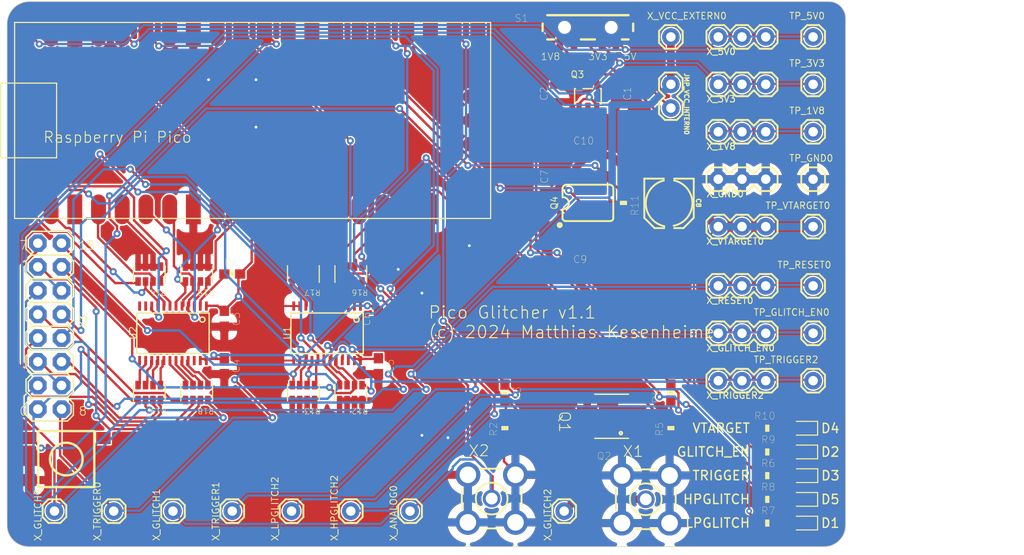
<source format=kicad_pcb>
(kicad_pcb (version 20240108) (generator "pcbnew") (generator_version "8.0")
  (layers (0 "F.Cu" signal) (31 "B.Cu" signal) (34 "B.Paste" user) (35 "F.Paste" user) (36 "B.SilkS" user "B.Silkscreen") (37 "F.SilkS" user "F.Silkscreen") (38 "B.Mask" user) (39 "F.Mask" user) (44 "Edge.Cuts" user))
  (net 0 "")
  (net 1 "+5V")
  (net 2 "+3V3")
  (net 3 "GND")
  (net 4 "VCC")
  (net 5 "Net-(Q3-NC{slash}FB)")
  (net 6 "/+1V8")
  (net 7 "/VTARGET")
  (net 8 "/JVCC")
  (net 9 "/VTARGET_OC")
  (net 10 "/VTARGET_EN")
  (net 11 "/GP6")
  (net 12 "/ANALOG")
  (net 13 "/GP14")
  (net 14 "/GP0")
  (net 15 "/GP5")
  (net 16 "/LPGLITCH2")
  (net 17 "Net-(PICO0-PadGP19)")
  (net 18 "/GP10")
  (net 20 "Net-(PICO0-PadGP18)")
  (net 23 "/GP2")
  (net 24 "/GP1")
  (net 25 "/GP9")
  (net 26 "/HPGLITCH2")
  (net 29 "/GP15")
  (net 30 "/GP7")
  (net 31 "/GP12")
  (net 33 "/GP13")
  (net 35 "/GP11")
  (net 36 "/GP4")
  (net 37 "Net-(S_RST0-1)")
  (net 38 "/GP3")
  (net 39 "/GP8")
  (net 40 "Net-(Q1-D)")
  (net 41 "Net-(Q1-G)")
  (net 42 "Net-(Q2-G)")
  (net 43 "Net-(U2-DIR)")
  (net 44 "Net-(U1-B4)")
  (net 45 "Net-(U1-B2)")
  (net 46 "Net-(U1-B3)")
  (net 47 "Net-(U1-B1)")
  (net 48 "Net-(U1-B8)")
  (net 49 "Net-(U1-B6)")
  (net 50 "Net-(U1-B7)")
  (net 51 "Net-(U1-B5)")
  (net 52 "Net-(U1-A4)")
  (net 53 "Net-(U1-A2)")
  (net 54 "Net-(U1-A1)")
  (net 55 "Net-(U1-A3)")
  (net 56 "Net-(U1-A8)")
  (net 57 "Net-(U1-A7)")
  (net 58 "Net-(U1-A5)")
  (net 59 "Net-(U1-A6)")
  (net 60 "Net-(U2-B2)")
  (net 61 "Net-(R18-Pad6)")
  (net 62 "Net-(U2-B3)")
  (net 63 "Net-(R18-Pad5)")
  (net 64 "Net-(R18-Pad7)")
  (net 65 "Net-(U2-B1)")
  (net 66 "Net-(U2-B4)")
  (net 67 "Net-(R18-Pad8)")
  (net 68 "Net-(R19-Pad8)")
  (net 69 "Net-(U2-B8)")
  (net 70 "Net-(R19-Pad7)")
  (net 71 "Net-(U2-B7)")
  (net 72 "Net-(U2-B5)")
  (net 73 "Net-(R19-Pad5)")
  (net 74 "Net-(U2-B6)")
  (net 75 "Net-(R19-Pad6)")
  (net 76 "Net-(D1-A)")
  (net 77 "Net-(D2-A)")
  (net 78 "Net-(D3-A)")
  (net 79 "Net-(D4-A)")
  (net 80 "Net-(D5-A)")
  (footprint "pico-glitcher:0603-RES" (layer "F.Cu") (at 185.0271 131.6794 180)
    (property "Reference" "R7")
    (property "Value" "150")
  )
  (footprint "pico-glitcher:SO08" (layer "F.Cu") (at 168.3511 120.2386 90)
    (property "Reference" "Q2")
    (property "Value" "IRF7807PBF")
  )
  (footprint "pico-glitcher:0603" (layer "F.Cu") (at 164.9611 89.4686)
    (property "Reference" "C10")
    (property "Value" "0.1uF")
  )
  (footprint "LED_SMD:LED_0603_1608Metric" (layer "F.Cu") (at 188.936 121.5194 180)
    (property "Reference" "D4")
    (property "Value" "LED_RED_TARGET_POWER")
  )
  (footprint "pico-glitcher:SOT23" (layer "F.Cu") (at 160.7311 121.5086 -90)
    (property "Reference" "Q1")
    (property "Value" "IRLML2502")
  )
  (footprint "pico-glitcher:742C083103JP" (layer "F.Cu") (at 123.9011 117.6986 180)
    (property "Reference" "R18")
    (property "Value" "100")
  )
  (footprint "pico-glitcher:1X03" (layer "F.Cu") (at 179.7811 79.5986)
    (property "Reference" "X_5V0")
    (property "Value" "PINHDR_3X1")
  )
  (footprint "pico-glitcher:0603-RES" (layer "F.Cu") (at 185.0271 126.5994 180)
    (property "Reference" "R8")
    (property "Value" "150")
  )
  (footprint "pico-glitcher:0603-RES" (layer "F.Cu") (at 169.6211 97.3786 -90)
    (property "Reference" "R11")
    (property "Value" "10K")
  )
  (footprint "pico-glitcher:1X01" (layer "F.Cu") (at 189.9411 99.9186)
    (property "Reference" "TP_VTARGET0")
    (property "Value" "PINHDR_1X1")
  )
  (footprint "pico-glitcher:0603-RES" (layer "F.Cu") (at 156.9211 121.5086 90)
    (property "Reference" "R2")
    (property "Value" "10K")
  )
  (footprint "pico-glitcher:742C083103JP" (layer "F.Cu") (at 135.3311 117.6986 180)
    (property "Reference" "R13")
    (property "Value" "10k")
  )
  (footprint "pico-glitcher:1X01" (layer "F.Cu") (at 189.9411 116.4286)
    (property "Reference" "TP_TRIGGER2")
    (property "Value" "PINHDR_1X1")
  )
  (footprint "pico-glitcher:1X01" (layer "F.Cu") (at 174.7011 79.5986)
    (property "Reference" "X_VCC_EXTERN0")
    (property "Value" "PINHDR_1X1")
  )
  (footprint "pico-glitcher:1X01" (layer "F.Cu") (at 134.0611 130.3986)
    (property "Reference" "X_LPGLITCH2")
    (property "Value" "PINHDR_1X1")
  )
  (footprint "pico-glitcher:1X03" (layer "F.Cu") (at 179.7811 99.9186)
    (property "Reference" "X_VTARGET0")
    (property "Value" "PINHDR_3X1")
  )
  (footprint "pico-glitcher:1X01" (layer "F.Cu") (at 189.9411 94.8386)
    (property "Reference" "TP_GND0")
    (property "Value" "PINHDR_1X1")
  )
  (footprint "pico-glitcher:1X01" (layer "F.Cu") (at 146.7611 130.3986)
    (property "Reference" "X_ANALOG0")
    (property "Value" "PINHDR_1X1")
  )
  (footprint "pico-glitcher:1X01" (layer "F.Cu") (at 189.9411 89.7586)
    (property "Reference" "TP_1V8")
    (property "Value" "PINHDR_1X1")
  )
  (footprint "pico-glitcher:1X01" (layer "F.Cu") (at 189.9411 84.6786)
    (property "Reference" "TP_3V3")
    (property "Value" "PINHDR_1X1")
  )
  (footprint "pico-glitcher:0603-RES" (layer "F.Cu") (at 185.0271 124.0594 180)
    (property "Reference" "R6")
    (property "Value" "150")
  )
  (footprint "pico-glitcher:TACTILE_SWITCH_TALL" (layer "F.Cu") (at 109.9311 124.8214 180)
    (property "Reference" "S_RST0" (hide yes))
    (property "Value" "SWITCH-MOMENTARY-2" (hide yes))
  )
  (footprint "pico-glitcher:2X8" (layer "F.Cu") (at 106.883106 101.6966 -90)
    (property "Reference" "X3")
    (property "Value" "M08X2")
  )
  (footprint "pico-glitcher:1X01" (layer "F.Cu") (at 127.7111 130.3986)
    (property "Reference" "X_TRIGGER1")
    (property "Value" "PINHDR_1X1")
  )
  (footprint "pico-glitcher:BU-SMA" (layer "F.Cu") (at 155.5017 129.0552)
    (property "Reference" "X2")
    (property "Value" "BU-SMA")
  )
  (footprint "pico-glitcher:TSSOP24" (layer "F.Cu") (at 137.8711 111.3486 180)
    (property "Reference" "U1")
    (property "Value" "NH245")
  )
  (footprint "pico-glitcher:742C083103JP" (layer "F.Cu") (at 118.8211 117.6986 180)
    (property "Reference" "R19")
    (property "Value" "100")
  )
  (footprint "pico-glitcher:TSSOP24" (layer "F.Cu") (at 121.3611 111.3486 180)
    (property "Reference" "U2")
    (property "Value" "NH245")
  )
  (footprint "pico-glitcher:0603" (layer "F.Cu") (at 161.1511 97.0886 -90)
    (property "Reference" "C7")
    (property "Value" "0.1uF")
  )
  (footprint "pico-glitcher:1X01" (layer "F.Cu") (at 115.0111 130.3986)
    (property "Reference" "X_TRIGGER0")
    (property "Value" "PINHDR_1X1")
  )
  (footprint "pico-glitcher:1X03" (layer "F.Cu") (at 179.7811 106.2686)
    (property "Reference" "X_RESET0")
    (property "Value" "PINHDR_3X1")
  )
  (footprint "pico-glitcher:0603" (layer "F.Cu") (at 126.8611 109.7886 -90)
    (property "Reference" "C3")
    (property "Value" "0.1uF")
  )
  (footprint "pico-glitcher:SOT23-5L" (layer "F.Cu") (at 165.8111 85.9486)
    (property "Reference" "Q3")
    (property "Value" "TPS 79318")
  )
  (footprint "pico-glitcher:742C083103JP" (layer "F.Cu") (at 135.3311 104.9986 180)
    (property "Reference" "R17")
    (property "Value" "100")
  )
  (footprint "pico-glitcher:BU-SMA" (layer "F.Cu") (at 172.0117 129.1286)
    (property "Reference" "X1")
    (property "Value" "BU-SMA-V")
  )
  (footprint "pico-glitcher:1X02" (layer "F.Cu") (at 174.7011 84.6786 -90)
    (property "Reference" "JMP_VCC_INTERN0")
    (property "Value" "JMP_VCC_INTERN")
  )
  (footprint "pico-glitcher:0603" (layer "F.Cu") (at 143.3711 114.8686 90)
    (property "Reference" "C5")
    (property "Value" "0.1uF")
  )
  (footprint "pico-glitcher:SWITCH-SP3T-SMD" (layer "F.Cu") (at 165.8111 78.5686)
    (property "Reference" "S1")
    (property "Value" "Micro Slide Switch")
  )
  (footprint "pico-glitcher:0603-RES" (layer "F.Cu") (at 185.0271 129.1394 180)
    (property "Reference" "R10")
    (property "Value" "150")
  )
  (footprint "pico-glitcher:1X01" (layer "F.Cu") (at 189.9411 106.2686)
    (property "Reference" "TP_RESET0")
    (property "Value" "PINHDR_1X1")
  )
  (footprint "LED_SMD:LED_0603_1608Metric" (layer "F.Cu") (at 188.936 129.1394 180)
    (property "Reference" "D5")
    (property "Value" "LED_RED_HPGLITCH")
  )
  (footprint "pico-glitcher:0603-RES" (layer "F.Cu") (at 127.7111 104.9986)
    (property "Reference" "R1")
    (property "Value" "10K")
  )
  (footprint "pico-glitcher:1X03" (layer "F.Cu") (at 179.7811 111.3486)
    (property "Reference" "X_GLITCH_EN0")
    (property "Value" "PINHDR_3X1")
  )
  (footprint "pico-glitcher:0603" (layer "F.Cu") (at 143.3711 109.7886 -90)
    (property "Reference" "C6")
    (property "Value" "0.1uF")
  )
  (footprint "pico-glitcher:742C083103JP" (layer "F.Cu") (at 123.9011 104.9986 180)
    (property "Reference" "R15")
    (property "Value" "10k")
  )
  (footprint "pico-glitcher:0603" (layer "F.Cu") (at 168.7711 85.6586 -90)
    (property "Reference" "C1")
    (property "Value" "0.01uF")
  )
  (footprint "LED_SMD:LED_0603_1608Metric" (layer "F.Cu") (at 188.936 124.0594 180)
    (property "Reference" "D2")
    (property "Value" "LED_BLUE_GLITCH_EN")
  )
  (footprint "pico-glitcher:RPI_PICO" (layer "F.Cu") (at 129.892725 88.546 90)
    (property "Reference" "PICO0" (hide yes))
    (property "Value" "Raspberry Pi" (hide yes))
  )
  (footprint "pico-glitcher:1X01" (layer "F.Cu") (at 140.4111 130.3986)
    (property "Reference" "X_HPGLITCH2")
    (property "Value" "PINHDR_1X1")
  )
  (footprint "pico-glitcher:1X03" (layer "F.Cu") (at 179.7811 116.4286)
    (property "Reference" "X_TRIGGER2")
    (property "Value" "PINHDR_3X1")
  )
  (footprint "pico-glitcher:0603" (layer "F.Cu") (at 126.8611 114.8686 90)
    (property "Reference" "C4")
    (property "Value" "0.1uF")
  )
  (footprint "pico-glitcher:0603" (layer "F.Cu") (at 164.9611 102.1686)
    (property "Reference" "C9")
    (property "Value" "0.1uF")
  )
  (footprint "pico-glitcher:1X01" (layer "F.Cu") (at 189.9411 111.3486)
    (property "Reference" "TP_GLITCH_EN0")
    (property "Value" "PINHDR_1X1")
  )
  (footprint "pico-glitcher:742C083103JP" (layer "F.Cu") (at 140.4111 117.6986 180)
    (property "Reference" "R12")
    (property "Value" "10k")
  )
  (footprint "pico-glitcher:1X03" (layer "F.Cu") (at 179.7811 94.8386)
    (property "Reference" "X_GND0")
    (property "Value" "PINHDR_3X1")
  )
  (footprint "pico-glitcher:1X01" (layer "F.Cu") (at 108.6611 130.3986)
    (property "Reference" "X_GLITCH0")
    (property "Value" "PINHDR_1X1")
  )
  (footprint "pico-glitcher:PANASONIC_C" (layer "F.Cu") (at 174.7011 97.3786 -90)
    (property "Reference" "C8")
    (property "Value" "22uF")
  )
  (footprint "LED_SMD:LED_0603_1608Metric" (layer "F.Cu") (at 188.936 131.6794 180)
    (property "Reference" "D1")
    (property "Value" "LED_RED_LPGLITCH")
  )
  (footprint "pico-glitcher:1X01" (layer "F.Cu") (at 189.9411 79.5986)
    (property "Reference" "TP_5V0")
    (property "Value" "M01PTH")
  )
  (footprint "LED_SMD:LED_0603_1608Metric" (layer "F.Cu") (at 188.9506 126.5994 180)
    (property "Reference" "D3")
    (property "Value" "LED_BLUE_TRIGGER2")
  )
  (footprint "pico-glitcher:1X03" (layer "F.Cu") (at 179.7811 89.7586)
    (property "Reference" "X_1V8")
    (property "Value" "PINHDR_3X1")
  )
  (footprint "pico-glitcher:0603-RES" (layer "F.Cu") (at 174.7011 117.6986 90)
    (property "Reference" "R4")
    (property "Value" "1R")
  )
  (footprint "pico-glitcher:SO08" (layer "F.Cu") (at 165.8111 97.3786)
    (property "Reference" "Q4")
    (property "Value" "TPS2041")
  )
  (footprint "pico-glitcher:1X03" (layer "F.Cu") (at 179.7811 84.6786)
    (property "Reference" "X_3V3")
    (property "Value" "PINHDR_3X1")
  )
  (footprint "pico-glitcher:0805" (layer "F.Cu") (at 162.3711 85.6586 -90)
    (property "Reference" "C2")
    (property "Value" "2.2u")
  )
  (footprint "pico-glitcher:0603-RES" (layer "F.Cu") (at 156.9211 117.6986 90)
    (property "Reference" "R3")
    (property "Value" "1R")
  )
  (footprint "pico-glitcher:742C083103JP" (layer "F.Cu") (at 118.8211 104.9986 180)
    (property "Reference" "R14")
    (property "Value" "10k")
  )
  (footprint "pico-glitcher:0603-RES" (layer "F.Cu") (at 174.7011 121.5086 90)
    (property "Reference" "R5")
    (property "Value" "10K")
  )
  (footprint "pico-glitcher:742C083103JP" (layer "F.Cu") (at 140.4111 104.9986 180)
    (property "Reference" "R16")
    (property "Value" "100")
  )
  (footprint "pico-glitcher:0603-RES" (layer "F.Cu") (at 185.0271 121.5194 180)
    (property "Reference" "R9")
    (property "Value" "220")
  )
  (footprint "pico-glitcher:1X01" (layer "F.Cu") (at 121.3611 130.3986)
    (property "Reference" "X_GLITCH1")
    (property "Value" "PINHDR_1X1")
  )
  (footprint "pico-glitcher:1X01" (layer "F.Cu") (at 163.2711 130.3986)
    (property "Reference" "X_GLITCH2")
    (property "Value" "PINHDR_1X1")
  )
  (gr_arc (start 193.4211 131.9226) (mid 192.751546 133.539046) (end 191.1351 134.2086) (stroke (width 0.0762)) (layer "Edge.Cuts"))
  (gr_arc (start 191.617959 75.7986) (mid 192.892972 76.326728) (end 193.4211 77.601741) (stroke (width 0.0762)) (layer "Edge.Cuts"))
  (gr_line (start 193.4211 77.601741) (end 193.4211 131.9226) (stroke (width 0.0762)) (layer "Edge.Cuts"))
  (gr_line (start 106.00669 75.7986) (end 191.617959 75.7986) (stroke (width 0.0762)) (layer "Edge.Cuts"))
  (gr_arc (start 103.5811 78.224191) (mid 104.291538 76.50904) (end 106.006689 75.7986) (stroke (width 0.0762)) (layer "Edge.Cuts"))
  (gr_arc (start 105.897953 134.2086) (mid 104.259691 133.530009) (end 103.5811 131.891747) (stroke (width 0.0762)) (layer "Edge.Cuts"))
  (gr_line (start 103.5811 131.891747) (end 103.5811 78.224191) (stroke (width 0.0762)) (layer "Edge.Cuts"))
  (gr_line (start 191.1351 134.2086) (end 105.897953 134.2086) (stroke (width 0.0762)) (layer "Edge.Cuts"))
  (gr_text "1V8" (at 160.7311 82.1386 0) (layer "F.SilkS") (effects (font (size 0.747776 0.747776) (thickness 0.065024)) (justify left bottom)))
  (gr_text "5V" (at 169.6211 82.1386 0) (layer "F.SilkS") (effects (font (size 0.747776 0.747776) (thickness 0.065024)) (justify left bottom)))
  (gr_text "GLITCH_EN" (at 183.2611 124.0486 0) (layer "F.SilkS") (effects (font (size 1 1)) (justify right)))
  (gr_text "Pico Glitcher v1.1\n(c) 2024 Matthias Kesenheimer" (at 148.6661 111.9836 0) (layer "F.SilkS") (effects (font (size 1.308608 1.308608) (thickness 0.113792)) (justify left bottom)))
  (gr_text "15" (at 111.2011 102.4586 0) (layer "F.SilkS") (effects (font (size 0.93472 0.93472) (thickness 0.08128)) (justify left bottom)))
  (gr_text "Raspberry Pi Pico" (at 107.3911 91.0286 0) (layer "F.SilkS") (effects (font (size 1.1684 1.1684) (thickness 0.1016)) (justify left bottom)))
  (gr_text "7" (at 104.8511 102.4586 0) (layer "F.SilkS") (effects (font (size 0.93472 0.93472) (thickness 0.08128)) (justify left bottom)))
  (gr_text "VTARGET" (at 183.2611 121.5086 0) (layer "F.SilkS") (effects (font (size 1 1)) (justify right)))
  (gr_text "3V3" (at 165.8111 82.1386 0) (layer "F.SilkS") (effects (font (size 0.747776 0.747776) (thickness 0.065024)) (justify left bottom)))
  (gr_text "8" (at 111.2011 120.2386 0) (layer "F.SilkS") (effects (font (size 0.93472 0.93472) (thickness 0.08128)) (justify left bottom)))
  (gr_text "TRIGGER" (at 183.2611 126.5886 0) (layer "F.SilkS") (effects (font (size 1 1)) (justify right)))
  (gr_text "0" (at 104.8511 120.2386 0) (layer "F.SilkS") (effects (font (size 0.93472 0.93472) (thickness 0.08128)) (justify left bottom)))
  (gr_text "HPGLITCH" (at 183.2611 129.1286 0) (layer "F.SilkS") (effects (font (size 1 1)) (justify right)))
  (gr_text "LPGLITCH" (at 183.2611 131.6686 0) (layer "F.SilkS") (effects (font (size 1 1)) (justify right)))
  (segment (start 105.8163 79.1414) (end 105.762725 79.021) (width 0.254) (layer "F.Cu") (net 1))
  (segment (start 169.8243 80.9702) (end 169.0115 80.1574) (width 0.254) (layer "F.Cu") (net 1))
  (segment (start 169.0115 80.1574) (end 168.8111 80.3186) (width 0.254) (layer "F.Cu") (net 1))
  (segment (start 107.0355 80.3606) (end 105.8163 79.1414) (width 0.254) (layer "F.Cu") (net 1))
  (via (at 169.8243 80.9702) (size 0.7564) (drill 0.35) (layers "F.Cu" "B.Cu") (net 1))
  (via (at 107.0355 80.3606) (size 0.7564) (drill 0.35) (layers "F.Cu" "B.Cu") (net 1))
  (segment (start 184.8611 79.5478) (end 182.4227 79.5478) (width 0.254) (layer "B.Cu") (net 1))
  (segment (start 182.2195 79.5478) (end 182.3211 79.5986) (width 0.254) (layer "B.Cu") (net 1))
  (segment (start 179.7811 79.5478) (end 179.7811 79.5986) (width 0.254) (layer "B.Cu") (net 1))
  (segment (start 163.3219 80.9702) (end 160.6803 78.3286) (width 0.254) (layer "B.Cu") (net 1))
  (segment (start 179.7811 79.751) (end 178.5619 80.9702) (width 0.254) (layer "B.Cu") (net 1))
  (segment (start 179.7811 79.5478) (end 182.2195 79.5478) (width 0.254) (layer "B.Cu") (net 1))
  (segment (start 184.8611 79.5478) (end 184.8611 79.5986) (width 0.254) (layer "B.Cu") (net 1))
  (segment (start 169.8243 80.9702) (end 163.3219 80.9702) (width 0.254) (layer "B.Cu") (net 1))
  (segment (start 118.2115 78.3286) (end 116.1795 80.3606) (width 0.254) (layer "B.Cu") (net 1))
  (segment (start 178.5619 80.9702) (end 169.8243 80.9702) (width 0.254) (layer "B.Cu") (net 1))
  (segment (start 116.1795 80.3606) (end 107.0355 80.3606) (width 0.254) (layer "B.Cu") (net 1))
  (segment (start 179.7811 79.751) (end 179.7811 79.5986) (width 0.254) (layer "B.Cu") (net 1))
  (segment (start 182.4227 79.5478) (end 182.3211 79.5986) (width 0.254) (layer "B.Cu") (net 1))
  (segment (start 184.8611 79.5478) (end 189.9411 79.5478) (width 0.254) (layer "B.Cu") (net 1))
  (segment (start 160.6803 78.3286) (end 118.2115 78.3286) (width 0.254) (layer "B.Cu") (net 1))
  (segment (start 189.9411 79.5478) (end 189.9411 79.5986) (width 0.254) (layer "B.Cu") (net 1))
  (segment (start 128.5747 104.9478) (end 129.7939 103.7286) (width 0.254) (layer "F.Cu") (net 2))
  (segment (start 166.7763 86.863) (end 166.7763 87.0662) (width 0.254) (layer "F.Cu") (net 2))
  (segment (start 142.1891 108.4022) (end 141.5795 108.4022) (width 0.254) (layer "F.Cu") (net 2))
  (segment (start 126.9491 108.8086) (end 128.3715 107.3862) (width 0.254) (layer "F.Cu") (net 2))
  (segment (start 129.7939 103.7286) (end 129.7939 96.8198) (width 0.254) (layer "F.Cu") (net 2))
  (segment (start 126.9491 108.8086) (end 126.8611 108.9386) (width 0.254) (layer "F.Cu") (net 2))
  (segment (start 164.9475 86.6598) (end 165.3539 86.2534) (width 0.254) (layer "F.Cu") (net 2))
  (segment (start 128.5747 104.9478) (end 128.5611 104.9986) (width 0.254) (layer "F.Cu") (net 2))
  (segment (start 167.1827 80.3606) (end 167.3111 80.3186) (width 0.254) (layer "F.Cu") (net 2))
  (segment (start 143.2051 109.0118) (end 143.3711 108.9386) (width 0.254) (layer "F.Cu") (net 2))
  (segment (start 164.9475 87.0662) (end 164.9475 86.6598) (width 0.254) (layer "F.Cu") (net 2))
  (segment (start 126.1363 108.4022) (end 124.9171 108.4022) (width 0.254) (layer "F.Cu") (net 2))
  (segment (start 169.2147 82.3926) (end 167.1827 80.3606) (width 0.254) (layer "F.Cu") (net 2))
  (segment (start 115.7731 82.799) (end 115.7731 79.1414) (width 0.254) (layer "F.Cu") (net 2))
  (segment (start 115.9763 79.1414) (end 115.922725 79.021) (width 0.254) (layer "F.Cu") (net 2))
  (segment (start 165.3539 86.2534) (end 166.1667 86.2534) (width 0.254) (layer "F.Cu") (net 2))
  (segment (start 165.9635 86.0502) (end 166.1667 86.2534) (width 0.254) (layer "F.Cu") (net 2))
  (segment (start 164.8611 88.7186) (end 164.1111 89.4686) (width 0.254) (layer "F.Cu") (net 2))
  (segment (start 129.7939 96.8198) (end 115.7731 82.799) (width 0.254) (layer "F.Cu") (net 2))
  (segment (start 166.1667 86.2534) (end 166.7763 86.863) (width 0.254) (layer "F.Cu") (net 2))
  (segment (start 166.7763 87.0662) (end 166.7611 87.2486) (width 0.254) (layer "F.Cu") (net 2))
  (segment (start 126.7459 109.0118) (end 126.8611 108.9386) (width 0.254) (layer "F.Cu") (net 2))
  (segment (start 115.9763 79.1414) (end 117.1955 80.3606) (width 0.254) (layer "F.Cu") (net 2))
  (segment (start 143.2051 109.0118) (end 142.5955 108.4022) (width 0.254) (layer "F.Cu") (net 2))
  (segment (start 126.7459 109.0118) (end 126.1363 108.4022) (width 0.254) (layer "F.Cu") (net 2))
  (segment (start 124.9171 108.4022) (end 124.9361 108.4308) (width 0.254) (layer "F.Cu") (net 2))
  (segment (start 164.9475 87.0662) (end 164.8611 87.2486) (width 0.254) (layer "F.Cu") (net 2))
  (segment (start 142.5955 108.4022) (end 142.1891 108.4022) (width 0.254) (layer "F.Cu") (net 2))
  (segment (start 115.7731 79.1414) (end 115.922725 79.021) (width 0.254) (layer "F.Cu") (net 2))
  (segment (start 128.3715 105.151) (end 128.5611 104.9986) (width 0.254) (layer "F.Cu") (net 2))
  (segment (start 128.3715 107.3862) (end 128.3715 105.151) (width 0.254) (layer "F.Cu") (net 2))
  (segment (start 141.5795 108.4022) (end 141.4461 108.4308) (width 0.254) (layer "F.Cu") (net 2))
  (segment (start 164.8611 87.2486) (end 164.8611 88.7186) (width 0.254) (layer "F.Cu") (net 2))
  (via (at 128.3715 107.3862) (size 0.7564) (drill 0.35) (layers "F.Cu" "B.Cu") (net 2))
  (via (at 142.1891 108.4022) (size 0.7564) (drill 0.35) (layers "F.Cu" "B.Cu") (net 2))
  (via (at 169.2147 82.3926) (size 0.7564) (drill 0.35) (layers "F.Cu" "B.Cu") (net 2))
  (via (at 117.1955 80.3606) (size 0.7564) (drill 0.35) (layers "F.Cu" "B.Cu") (net 2))
  (via (at 165.9635 86.0502) (size 0.7564) (drill 0.35) (layers "F.Cu" "B.Cu") (net 2))
  (segment (start 179.7811 84.6278) (end 179.7811 84.6786) (width 0.254) (layer "B.Cu") (net 2))
  (segment (start 155.8035 78.735) (end 162.7123 85.6438) (width 0.254) (layer "B.Cu") (net 2))
  (segment (start 162.7123 85.6438) (end 165.9635 85.6438) (width 0.254) (layer "B.Cu") (net 2))
  (segment (start 165.9635 85.6438) (end 165.9635 86.0502) (width 0.254) (layer "B.Cu") (net 2))
  (segment (start 177.5459 82.3926) (end 169.2147 82.3926) (width 0.254) (layer "B.Cu") (net 2))
  (segment (start 184.8611 84.6278) (end 182.4227 84.6278) (width 0.254) (layer "B.Cu") (net 2))
  (segment (start 117.1955 80.3606) (end 118.8211 78.735) (width 0.254) (layer "B.Cu") (net 2))
  (segment (start 135.2803 113.8886) (end 140.7667 108.4022) (width 0.254) (layer "B.Cu") (net 2))
  (segment (start 182.4227 84.6278) (end 182.3211 84.6786) (width 0.254) (layer "B.Cu") (net 2))
  (segment (start 140.7667 108.4022) (end 142.1891 108.4022) (width 0.254) (layer "B.Cu") (net 2))
  (segment (start 128.3715 107.3862) (end 134.8739 113.8886) (width 0.254) (layer "B.Cu") (net 2))
  (segment (start 169.2147 82.3926) (end 165.9635 85.6438) (width 0.254) (layer "B.Cu") (net 2))
  (segment (start 134.8739 113.8886) (end 135.2803 113.8886) (width 0.254) (layer "B.Cu") (net 2))
  (segment (start 179.7811 84.6278) (end 177.5459 82.3926) (width 0.254) (layer "B.Cu") (net 2))
  (segment (start 118.8211 78.735) (end 155.8035 78.735) (width 0.254) (layer "B.Cu") (net 2))
  (segment (start 184.8611 84.6278) (end 184.8611 84.6786) (width 0.254) (layer "B.Cu") (net 2))
  (segment (start 189.9411 84.6278) (end 189.9411 84.6786) (width 0.254) (layer "B.Cu") (net 2))
  (segment (start 182.2195 84.6278) (end 182.3211 84.6786) (width 0.254) (layer "B.Cu") (net 2))
  (segment (start 179.7811 84.6278) (end 182.2195 84.6278) (width 0.254) (layer "B.Cu") (net 2))
  (segment (start 184.8611 84.6278) (end 189.9411 84.6278) (width 0.254) (layer "B.Cu") (net 2))
  (segment (start 174.7011 126.487) (end 174.5616 126.5787) (width 0.254) (layer "F.Cu") (net 3))
  (segment (start 163.2711 101.3286) (end 164.1111 102.1686) (width 0.4064) (layer "F.Cu") (net 3))
  (segment (start 170.9673 119.6036) (end 170.9673 120.8736) (width 0.8128) (layer "F.Cu") (net 3))
  (segment (start 156.8195 122.423) (end 156.8195 124.0486) (width 0.254) (layer "F.Cu") (net 3))
  (segment (start 134.9461 108.4308) (end 133.1797 108.4308) (width 0.2) (layer "F.Cu") (net 3))
  (segment (start 133.1797 108.4308) (end 133.0451 108.5654) (width 0.2) (layer "F.Cu") (net 3))
  (segment (start 171.0435 120.7974) (end 170.9673 120.8736) (width 0.254) (layer "F.Cu") (net 3))
  (segment (start 162.5091 86.4566) (end 162.3711 86.5586) (width 0.254) (layer "F.Cu") (net 3))
  (segment (start 170.9673 122.1436) (end 171.1451 122.3214) (width 0.8128) (layer "F.Cu") (net 3))
  (segment (start 156.9211 122.3586) (end 156.8195 122.4602) (width 0.8128) (layer "F.Cu") (net 3))
  (segment (start 163.2711 101.1886) (end 163.2711 101.3286) (width 0.4064) (layer "F.Cu") (net 3))
  (segment (start 170.8403 119.7814) (end 170.9673 119.6036) (width 0.254) (layer "F.Cu") (net 3))
  (segment (start 170.8403 119.7814) (end 171.0435 119.9846) (width 0.254) (layer "F.Cu") (net 3))
  (segment (start 133.1861 114.2664) (end 133.0451 114.4074) (width 0.2) (layer "F.Cu") (net 3))
  (segment (start 134.2961 114.2664) (end 133.1861 114.2664) (width 0.2) (layer "F.Cu") (net 3))
  (segment (start 157.1887 122.6262) (end 159.4611 122.6262) (width 0.8128) (layer "F.Cu") (net 3))
  (segment (start 171.1451 122.3214) (end 171.1451 122.5246) (width 0.8128) (layer "F.Cu") (net 3))
  (segment (start 165.7603 89.5046) (end 165.8111 89.4686) (width 0.254) (layer "F.Cu") (net 3))
  (segment (start 159.6311 122.4586) (end 159.4611 122.6286) (width 0.8128) (layer "F.Cu") (net 3))
  (segment (start 171.0435 119.9846) (end 171.0435 120.391) (width 0.254) (layer "F.Cu") (net 3))
  (segment (start 158.2419 126.487) (end 158.0516 126.5053) (width 0.254) (layer "F.Cu") (net 3))
  (segment (start 170.9673 120.8736) (end 170.9673 122.1436) (width 0.8128) (layer "F.Cu") (net 3))
  (segment (start 156.9211 122.3586) (end 157.1887 122.6262) (width 0.8128) (layer "F.Cu") (net 3))
  (segment (start 171.0435 120.391) (end 171.0435 120.7974) (width 0.254) (layer "F.Cu") (net 3))
  (segment (start 156.8195 122.4602) (end 156.8195 124.0486) (width 0.8128) (layer "F.Cu") (net 3))
  (segment (start 159.4611 122.6262) (end 159.6311 122.4586) (width 0.254) (layer "F.Cu") (net 3))
  (segment (start 156.8195 125.0646) (end 156.8195 124.0486) (width 0.254) (layer "F.Cu") (net 3))
  (segment (start 163.9061 100.5536) (end 163.2711 101.1886) (width 0.4064) (layer "F.Cu") (net 3))
  (segment (start 159.4611 122.6286) (end 159.4611 124.0486) (width 0.8128) (layer "F.Cu") (net 3))
  (segment (start 158.2419 126.487) (end 156.8195 125.0646) (width 0.254) (layer "F.Cu") (net 3))
  (segment (start 162.5091 86.4566) (end 162.7123 86.4566) (width 0.254) (layer "F.Cu") (net 3))
  (segment (start 171.0435 119.5782) (end 170.9673 119.6036) (width 0.254) (layer "F.Cu") (net 3))
  (segment (start 174.7011 126.0806) (end 174.7011 126.487) (width 0.254) (layer "F.Cu") (net 3))
  (segment (start 163.9061 100.1786) (end 163.9061 100.5536) (width 0.4064) (layer "F.Cu") (net 3))
  (via (at 148.0311 122.2814) (size 0.6) (drill 0.3) (layers "F.Cu" "B.Cu") (net 3))
  (via (at 130.2511 89.2614) (size 0.6) (drill 0.3) (layers "F.Cu" "B.Cu") (net 3))
  (via (at 125.1711 84.1814) (size 0.6) (drill 0.3) (layers "F.Cu" "B.Cu") (net 3))
  (via (at 130.2511 84.1814) (size 0.6) (drill 0.3) (layers "F.Cu" "B.Cu") (net 3))
  (via (at 148.0311 107.0414) (size 0.6) (drill 0.3) (layers "F.Cu" "B.Cu") (net 3))
  (via (at 145.4911 104.5014) (size 0.6) (drill 0.3) (layers "F.Cu" "B.Cu") (net 3))
  (via (at 153.1111 101.9614) (size 0.6) (drill 0.3) (layers "F.Cu" "B.Cu") (net 3))
  (via (at 150.8251 122.5354) (size 0.6) (drill 0.3) (layers "F.Cu" "B.Cu") (net 3))
  (segment (start 169.6211 131.567) (end 174.4979 131.567) (width 0.254) (layer "B.Cu") (net 3))
  (segment (start 158.0387 126.6902) (end 158.0387 131.567) (width 0.254) (layer "B.Cu") (net 3))
  (segment (start 169.4179 126.6902) (end 169.4618 126.5787) (width 0.254) (layer "B.Cu") (net 3))
  (segment (start 174.4979 126.487) (end 174.5616 126.5787) (width 0.254) (layer "B.Cu") (net 3))
  (segment (start 169.6211 126.487) (end 174.4979 126.487) (width 0.254) (layer "B.Cu") (net 3))
  (segment (start 169.4179 131.567) (end 169.4618 131.6785) (width 0.254) (layer "B.Cu") (net 3))
  (segment (start 169.4179 131.7702) (end 158.2419 131.7702) (width 0.254) (layer "B.Cu") (net 3))
  (segment (start 169.6211 131.567) (end 169.4618 131.6785) (width 0.254) (layer "B.Cu") (net 3))
  (segment (start 169.6211 126.487) (end 169.4618 126.5787) (width 0.254) (layer "B.Cu") (net 3))
  (segment (start 174.4979 131.567) (end 174.5616 131.6785) (width 0.254) (layer "B.Cu") (net 3))
  (segment (start 152.9587 131.567) (end 152.9518 131.6051) (width 0.254) (layer "B.Cu") (net 3))
  (segment (start 169.4179 131.7702) (end 169.4618 131.6785) (width 0.254) (layer "B.Cu") (net 3))
  (segment (start 152.9587 126.6902) (end 152.9587 131.567) (width 0.254) (layer "B.Cu") (net 3))
  (segment (start 158.0387 131.567) (end 158.0516 131.6051) (width 0.254) (layer "B.Cu") (net 3))
  (segment (start 158.0387 131.567) (end 152.9587 131.567) (width 0.254) (layer "B.Cu") (net 3))
  (segment (start 152.9587 126.6902) (end 152.9518 126.5053) (width 0.254) (layer "B.Cu") (net 3))
  (segment (start 158.0387 126.6902) (end 158.0516 126.5053) (width 0.254) (layer "B.Cu") (net 3))
  (segment (start 169.4179 126.6902) (end 169.4179 131.567) (width 0.254) (layer "B.Cu") (net 3))
  (segment (start 158.2419 131.7702) (end 158.0516 131.6051) (width 0.254) (layer "B.Cu") (net 3))
  (segment (start 141.3763 114.295) (end 141.4461 114.2664) (width 0.254) (layer "F.Cu") (net 4))
  (segment (start 124.9171 114.295) (end 124.7139 114.0918) (width 0.254) (layer "F.Cu") (net 4))
  (segment (start 124.9171 114.0918) (end 124.9361 114.2664) (width 0.254) (layer "F.Cu") (net 4))
  (segment (start 124.9171 114.0918) (end 126.1363 114.0918) (width 0.254) (layer "F.Cu") (net 4))
  (segment (start 126.7459 114.0918) (end 126.8611 114.0186) (width 0.254) (layer "F.Cu") (net 4))
  (segment (start 166.1011 102.4586) (end 168.3511 102.4586) (width 0.8128) (layer "F.Cu") (net 4))
  (segment (start 169.6211 99.6646) (end 169.6211 98.6486) (width 0.254) (layer "F.Cu") (net 4))
  (segment (start 169.6211 101.1886) (end 169.6211 99.6646) (width 0.8128) (layer "F.Cu") (net 4))
  (segment (start 124.3075 114.0918) (end 124.2861 114.2664) (width 0.254) (layer "F.Cu") (net 4))
  (segment (start 168.3511 102.4586) (end 169.6211 101.1886) (width 0.8128) (layer "F.Cu") (net 4))
  (segment (start 143.2051 114.0918) (end 143.3711 114.0186) (width 0.254) (layer "F.Cu") (net 4))
  (segment (start 119.8371 80.5638) (end 118.4147 79.1414) (width 0.254) (layer "F.Cu") (net 4))
  (segment (start 174.7011 79.5986) (end 174.7011 84.6786) (width 0.8128) (layer "F.Cu") (net 4))
  (segment (start 125.7299 113.6854) (end 126.1363 114.0918) (width 0.254) (layer "F.Cu") (net 4))
  (segment (start 126.1363 114.0918) (end 126.7459 114.0918) (width 0.254) (layer "F.Cu") (net 4))
  (segment (start 124.7139 114.0918) (end 124.3075 114.0918) (width 0.254) (layer "F.Cu") (net 4))
  (segment (start 141.5795 114.0918) (end 143.2051 114.0918) (width 0.254) (layer "F.Cu") (net 4))
  (segment (start 166.4461 100.1786) (end 166.4461 100.5536) (width 0.8128) (layer "F.Cu") (net 4))
  (segment (start 165.9381 101.0616) (end 165.9381 102.0416) (width 0.8128) (layer "F.Cu") (net 4))
  (segment (start 124.9171 114.295) (end 124.9361 114.2664) (width 0.254) (layer "F.Cu") (net 4))
  (segment (start 165.9381 102.0416) (end 165.8111 102.1686) (width 0.8128) (layer "F.Cu") (net 4))
  (segment (start 141.3763 114.295) (end 141.1731 114.0918) (width 0.254) (layer "F.Cu") (net 4))
  (segment (start 168.4019 96.8198) (end 168.4019 97.3278) (width 0.8128) (layer "F.Cu") (net 4))
  (segment (start 166.4461 100.5536) (end 165.9381 101.0616) (width 0.8128) (layer "F.Cu") (net 4))
  (segment (start 169.6211 98.2286) (end 169.6211 99.6646) (width 0.8128) (layer "F.Cu") (net 4))
  (segment (start 168.4019 97.3278) (end 168.3511 97.3786) (width 0.8128) (layer "F.Cu") (net 4))
  (segment (start 166.4461 100.1786) (end 165.1761 100.1786) (width 0.4064) (layer "F.Cu") (net 4))
  (segment (start 169.6211 98.6486) (end 169.6211 98.2286) (width 0.254) (layer "F.Cu") (net 4))
  (segment (start 165.8111 102.1686) (end 166.1011 102.4586) (width 0.8128) (layer "F.Cu") (net 4))
  (segment (start 141.5795 114.0918) (end 140.5635 113.0758) (width 0.254) (layer "F.Cu") (net 4))
  (segment (start 141.5795 114.0918) (end 141.4461 114.2664) (width 0.254) (layer "F.Cu") (net 4))
  (segment (start 168.3511 97.3786) (end 169.6211 98.6486) (width 0.8128) (layer "F.Cu") (net 4))
  (segment (start 140.7667 114.0918) (end 140.7961 114.2664) (width 0.254) (layer "F.Cu") (net 4))
  (segment (start 141.1731 114.0918) (end 140.7667 114.0918) (width 0.254) (layer "F.Cu") (net 4))
  (segment (start 118.4147 79.1414) (end 118.462725 79.021) (width 0.254) (layer "F.Cu") (net 4))
  (via (at 125.7299 113.6854) (size 0.7564) (drill 0.35) (layers "F.Cu" "B.Cu") (net 4))
  (via (at 168.4019 96.8198) (size 0.7564) (drill 0.35) (layers "F.Cu" "B.Cu") (net 4))
  (via (at 140.5635 113.0758) (size 0.7564) (drill 0.35) (layers "F.Cu" "B.Cu") (net 4))
  (via (at 119.8371 80.5638) (size 0.7564) (drill 0.35) (layers "F.Cu" "B.Cu") (net 4))
  (segment (start 140.5635 113.0758) (end 139.7507 112.263) (width 0.254) (layer "B.Cu") (net 4))
  (segment (start 168.4019 96.8198) (end 164.5411 96.8198) (width 0.254) (layer "B.Cu") (net 4))
  (segment (start 164.5411 96.8198) (end 148.2851 113.0758) (width 0.254) (layer "B.Cu") (net 4))
  (segment (start 139.3443 112.263) (end 137.3123 114.295) (width 0.254) (layer "B.Cu") (net 4))
  (segment (start 155.6003 79.1414) (end 126.9491 79.1414) (width 0.254) (layer "B.Cu") (net 4))
  (segment (start 139.7507 112.263) (end 139.3443 112.263) (width 0.254) (layer "B.Cu") (net 4))
  (segment (start 126.9491 79.1414) (end 125.5267 80.5638) (width 0.254) (layer "B.Cu") (net 4))
  (segment (start 168.4019 86.863) (end 163.3219 86.863) (width 0.254) (layer "B.Cu") (net 4))
  (segment (start 148.2851 113.0758) (end 140.5635 113.0758) (width 0.254) (layer "B.Cu") (net 4))
  (segment (start 134.6707 114.295) (end 134.0611 113.6854) (width 0.254) (layer "B.Cu") (net 4))
  (segment (start 163.3219 86.863) (end 155.6003 79.1414) (width 0.254) (layer "B.Cu") (net 4))
  (segment (start 134.0611 113.6854) (end 125.7299 113.6854) (width 0.254) (layer "B.Cu") (net 4))
  (segment (start 125.5267 80.5638) (end 119.8371 80.5638) (width 0.254) (layer "B.Cu") (net 4))
  (segment (start 172.5167 86.863) (end 168.4019 86.863) (width 0.8128) (layer "B.Cu") (net 4))
  (segment (start 168.4019 86.863) (end 168.4019 96.8198) (width 0.8128) (layer "B.Cu") (net 4))
  (segment (start 174.7011 84.6786) (end 172.5167 86.863) (width 0.8128) (layer "B.Cu") (net 4))
  (segment (start 137.3123 114.295) (end 134.6707 114.295) (width 0.254) (layer "B.Cu") (net 4))
  (segment (start 166.7763 84.6278) (end 166.9795 84.831) (width 0.254) (layer "F.Cu") (net 5))
  (segment (start 166.9795 84.831) (end 168.6051 84.831) (width 0.254) (layer "F.Cu") (net 5))
  (segment (start 166.7763 84.6278) (end 166.7611 84.6486) (width 0.254) (layer "F.Cu") (net 5))
  (segment (start 168.6051 84.831) (end 168.7711 84.8086) (width 0.254) (layer "F.Cu") (net 5))
  (segment (start 179.7811 89.7586) (end 179.7811 89.911) (width 0.254) (layer "F.Cu") (net 6))
  (segment (start 164.7443 84.831) (end 164.8611 84.6486) (width 0.254) (layer "F.Cu") (net 6))
  (segment (start 164.9475 84.6278) (end 162.7123 82.3926) (width 0.254) (layer "F.Cu") (net 6))
  (segment (start 169.2147 83.6118) (end 165.9635 83.6118) (width 0.254) (layer "F.Cu") (net 6))
  (segment (start 164.9475 84.6278) (end 164.8611 84.6486) (width 0.254) (layer "F.Cu") (net 6))
  (segment (start 162.7123 82.3926) (end 162.7123 80.3606) (width 0.254) (layer "F.Cu") (net 6))
  (segment (start 179.7811 89.911) (end 175.5139 89.911) (width 0.254) (layer "F.Cu") (net 6))
  (segment (start 164.5411 84.6278) (end 162.5091 84.6278) (width 0.254) (layer "F.Cu") (net 6))
  (segment (start 165.9635 83.6118) (end 162.7123 80.3606) (width 0.254) (layer "F.Cu") (net 6))
  (segment (start 164.7443 84.831) (end 164.5411 84.6278) (width 0.254) (layer "F.Cu") (net 6))
  (segment (start 162.5091 84.6278) (end 162.3711 84.7586) (width 0.254) (layer "F.Cu") (net 6))
  (segment (start 162.7123 80.3606) (end 162.8111 80.3186) (width 0.254) (layer "F.Cu") (net 6))
  (segment (start 175.5139 89.911) (end 169.2147 83.6118) (width 0.254) (layer "F.Cu") (net 6))
  (segment (start 182.2195 89.7078) (end 182.3211 89.7586) (width 0.254) (layer "B.Cu") (net 6))
  (segment (start 182.4227 89.7078) (end 182.3211 89.7586) (width 0.254) (layer "B.Cu") (net 6))
  (segment (start 184.8611 89.7078) (end 184.8611 89.7586) (width 0.254) (layer "B.Cu") (net 6))
  (segment (start 189.9411 89.7078) (end 189.9411 89.7586) (width 0.254) (layer "B.Cu") (net 6))
  (segment (start 179.7811 89.7078) (end 179.7811 89.7586) (width 0.254) (layer "B.Cu") (net 6))
  (segment (start 184.8611 89.7078) (end 182.4227 89.7078) (width 0.254) (layer "B.Cu") (net 6))
  (segment (start 184.8611 89.7078) (end 189.9411 89.7078) (width 0.254) (layer "B.Cu") (net 6))
  (segment (start 179.7811 89.7078) (end 182.2195 89.7078) (width 0.254) (layer "B.Cu") (net 6))
  (segment (start 177.1651 116.6826) (end 177.1651 102.5346) (width 0.2) (layer "F.Cu") (net 7))
  (segment (start 161.2899 96.2102) (end 164.5411 99.4614) (width 0.254) (layer "F.Cu") (net 7))
  (segment (start 179.7811 100.071) (end 179.7811 99.9186) (width 0.254) (layer "F.Cu") (net 7))
  (segment (start 164.5411 99.4614) (end 164.5411 100.8838) (width 0.254) (layer "F.Cu") (net 7))
  (segment (start 163.9061 94.5786) (end 162.2461 96.2386) (width 0.8128) (layer "F.Cu") (net 7))
  (segment (start 164.5411 94.5786) (end 164.5411 93.5686) (width 0.8128) (layer "F.Cu") (net 7))
  (segment (start 166.4461 94.5786) (end 165.1761 94.5786) (width 0.8128) (layer "F.Cu") (net 7))
  (segment (start 161.1511 96.2386) (end 162.2461 96.2386) (width 0.8128) (layer "F.Cu") (net 7))
  (segment (start 169.6211 94.3986) (end 174.5011 99.2786) (width 0.8128) (layer "F.Cu") (net 7))
  (segment (start 179.7049 99.9948) (end 179.7811 100.071) (width 0.254) (layer "F.Cu") (net 7))
  (segment (start 165.8111 92.2986) (end 168.3511 92.2986) (width 0.8128) (layer "F.Cu") (net 7))
  (segment (start 163.9061 94.5786) (end 165.1761 94.5786) (width 0.8128) (layer "F.Cu") (net 7))
  (segment (start 168.3511 92.2986) (end 169.6211 93.5686) (width 0.8128) (layer "F.Cu") (net 7))
  (segment (start 174.5011 99.2786) (end 178.9887 99.2786) (width 0.8128) (layer "F.Cu") (net 7))
  (segment (start 161.2899 96.2102) (end 161.1511 96.2386) (width 0.254) (layer "F.Cu") (net 7))
  (segment (start 182.0019 121.5194) (end 177.1651 116.6826) (width 0.2) (layer "F.Cu") (net 7))
  (segment (start 164.9475 101.2902) (end 164.9475 103.3222) (width 0.254) (layer "F.Cu") (net 7))
  (segment (start 169.6211 93.5686) (end 169.6211 94.3986) (width 0.8128) (layer "F.Cu") (net 7))
  (segment (start 165.1761 94.5786) (end 164.5411 94.5786) (width 0.8128) (layer "F.Cu") (net 7))
  (segment (start 184.1771 121.5194) (end 182.0019 121.5194) (width 0.2) (layer "F.Cu") (net 7))
  (segment (start 177.1651 102.5346) (end 179.7811 99.9186) (width 0.2) (layer "F.Cu") (net 7))
  (segment (start 164.5411 93.5686) (end 165.8111 92.2986) (width 0.8128) (layer "F.Cu") (net 7))
  (segment (start 164.5411 100.8838) (end 164.9475 101.2902) (width 0.254) (layer "F.Cu") (net 7))
  (segment (start 178.9887 99.2786) (end 179.7049 99.9948) (width 0.8128) (layer "F.Cu") (net 7))
  (segment (start 184.8611 99.8678) (end 189.9411 99.8678) (width 0.254) (layer "B.Cu") (net 7))
  (segment (start 184.8611 99.8678) (end 184.8611 99.9186) (width 0.254) (layer "B.Cu") (net 7))
  (segment (start 182.3211 99.9186) (end 182.2195 99.8678) (width 0.254) (layer "B.Cu") (net 7))
  (segment (start 182.2195 99.8678) (end 179.7811 99.8678) (width 0.254) (layer "B.Cu") (net 7))
  (segment (start 179.7811 99.8678) (end 179.7811 99.9186) (width 0.254) (layer "B.Cu") (net 7))
  (segment (start 184.8611 99.8678) (end 182.4227 99.8678) (width 0.254) (layer "B.Cu") (net 7))
  (segment (start 179.7811 99.9186) (end 189.9411 99.9186) (width 0.8128) (layer "B.Cu") (net 7))
  (segment (start 182.4227 99.8678) (end 182.3211 99.9186) (width 0.254) (layer "B.Cu") (net 7))
  (segment (start 189.9411 99.8678) (end 189.9411 99.9186) (width 0.254) (layer "B.Cu") (net 7))
  (segment (start 174.7011 87.2694) (end 170.6371 83.2054) (width 0.254) (layer "F.Cu") (net 8))
  (segment (start 164.3379 80.1574) (end 164.3111 80.3186) (width 0.254) (layer "F.Cu") (net 8))
  (segment (start 164.3379 80.1574) (end 165.5571 80.1574) (width 0.254) (layer "F.Cu") (net 8))
  (segment (start 168.6051 83.2054) (end 170.6371 83.2054) (width 0.254) (layer "F.Cu") (net 8))
  (segment (start 168.6051 83.2054) (end 165.5571 80.1574) (width 0.254) (layer "F.Cu") (net 8))
  (segment (start 174.7011 87.2694) (end 174.7011 87.2186) (width 0.254) (layer "F.Cu") (net 8))
  (segment (start 167.7923 94.5846) (end 169.6211 96.4134) (width 0.254) (layer "F.Cu") (net 9))
  (segment (start 167.7923 94.5846) (end 167.7161 94.5786) (width 0.254) (layer "F.Cu") (net 9))
  (segment (start 167.5891 94.3814) (end 166.5731 93.3654) (width 0.254) (layer "F.Cu") (net 9))
  (segment (start 169.6211 96.4134) (end 169.6211 96.5286) (width 0.254) (layer "F.Cu") (net 9))
  (segment (start 138.7347 79.1414) (end 152.9587 93.3654) (width 0.254) (layer "F.Cu") (net 9))
  (segment (start 138.7347 79.1414) (end 138.782725 79.021) (width 0.254) (layer "F.Cu") (net 9))
  (segment (start 167.7161 94.5786) (end 167.5891 94.3814) (width 0.254) (layer "F.Cu") (net 9))
  (via (at 166.5731 93.3654) (size 0.7564) (drill 0.35) (layers "F.Cu" "B.Cu") (net 9))
  (via (at 152.9587 93.3654) (size 0.7564) (drill 0.35) (layers "F.Cu" "B.Cu") (net 9))
  (segment (start 152.9587 93.3654) (end 166.5731 93.3654) (width 0.254) (layer "B.Cu") (net 9))
  (segment (start 141.1731 79.1414) (end 141.1731 80.5638) (width 0.254) (layer "F.Cu") (net 10))
  (segment (start 167.7161 99.9948) (end 163.765562 96.044263) (width 0.254) (layer "F.Cu") (net 10))
  (segment (start 141.1731 79.1414) (end 141.322725 79.021) (width 0.254) (layer "F.Cu") (net 10))
  (segment (start 141.1731 80.5638) (end 156.4131 95.8038) (width 0.254) (layer "F.Cu") (net 10))
  (segment (start 167.7161 100.1786) (end 167.7161 99.9948) (width 0.254) (layer "F.Cu") (net 10))
  (via (at 156.4131 95.8038) (size 0.7564) (drill 0.35) (layers "F.Cu" "B.Cu") (net 10))
  (via (at 163.765562 96.044263) (size 0.7564) (drill 0.35) (layers "F.Cu" "B.Cu") (net 10))
  (segment (start 156.4131 95.8038) (end 163.5251 95.8038) (width 0.254) (layer "B.Cu") (net 10))
  (segment (start 163.5251 95.8038) (end 163.765562 96.044263) (width 0.254) (layer "B.Cu") (net 10))
  (segment (start 122.8851 108.6054) (end 122.9861 108.4308) (width 0.254) (layer "F.Cu") (net 11))
  (segment (start 126.1363 98.4454) (end 126.1363 100.2742) (width 0.254) (layer "F.Cu") (net 11))
  (segment (start 124.1043 106.7766) (end 124.1043 105.9638) (width 0.254) (layer "F.Cu") (net 11))
  (segment (start 125.9331 98.2422) (end 126.082725 98.071) (width 0.254) (layer "F.Cu") (net 11))
  (segment (start 122.8851 108.8086) (end 122.8851 108.6054) (width 0.254) (layer "F.Cu") (net 11))
  (segment (start 125.9331 98.2422) (end 126.1363 98.4454) (width 0.254) (layer "F.Cu") (net 11))
  (segment (start 123.0883 108.4022) (end 122.9861 108.4308) (width 0.254) (layer "F.Cu") (net 11))
  (segment (start 123.0883 108.4022) (end 123.0883 107.7926) (width 0.254) (layer "F.Cu") (net 11))
  (segment (start 124.1043 105.9638) (end 124.3011 105.7986) (width 0.254) (layer "F.Cu") (net 11))
  (segment (start 123.6979 109.6214) (end 122.8851 108.8086) (width 0.254) (layer "F.Cu") (net 11))
  (segment (start 123.0883 107.7926) (end 124.1043 106.7766) (width 0.254) (layer "F.Cu") (net 11))
  (via (at 126.1363 100.2742) (size 0.7564) (drill 0.35) (layers "F.Cu" "B.Cu") (net 11))
  (via (at 123.6979 109.6214) (size 0.7564) (drill 0.35) (layers "F.Cu" "B.Cu") (net 11))
  (segment (start 123.6979 102.7126) (end 123.6979 109.6214) (width 0.254) (layer "B.Cu") (net 11))
  (segment (start 126.1363 100.2742) (end 123.6979 102.7126) (width 0.254) (layer "B.Cu") (net 11))
  (segment (start 128.7779 79.1414) (end 128.622725 79.021) (width 0.254) (layer "F.Cu") (net 12))
  (segment (start 155.6003 126.6902) (end 152.9587 124.0486) (width 0.254) (layer "F.Cu") (net 12))
  (segment (start 140.3603 90.7238) (end 128.7779 79.1414) (width 0.254) (layer "F.Cu") (net 12))
  (segment (start 155.6003 128.9254) (end 155.5017 129.0552) (width 0.254) (layer "F.Cu") (net 12))
  (segment (start 155.6003 128.9254) (end 155.6003 126.6902) (width 0.254) (layer "F.Cu") (net 12))
  (segment (start 152.9587 116.9366) (end 143.6115 107.5894) (width 0.254) (layer "F.Cu") (net 12))
  (segment (start 152.9587 124.0486) (end 152.9587 116.9366) (width 0.254) (layer "F.Cu") (net 12))
  (via (at 143.6115 107.5894) (size 0.7564) (drill 0.35) (layers "F.Cu" "B.Cu") (net 12))
  (via (at 140.3603 90.7238) (size 0.7564) (drill 0.35) (layers "F.Cu" "B.Cu") (net 12))
  (segment (start 151.3331 125.8774) (end 146.8627 130.3478) (width 0.254) (layer "B.Cu") (net 12))
  (segment (start 152.1459 124.8614) (end 151.3331 125.6742) (width 0.254) (layer "B.Cu") (net 12))
  (segment (start 143.6115 107.5894) (end 140.3603 104.3382) (width 0.254) (layer "B.Cu") (net 12))
  (segment (start 140.3603 104.3382) (end 140.3603 90.7238) (width 0.254) (layer "B.Cu") (net 12))
  (segment (start 153.7715 124.8614) (end 152.1459 124.8614) (width 0.254) (layer "B.Cu") (net 12))
  (segment (start 155.3971 128.9254) (end 155.3971 126.487) (width 0.254) (layer "B.Cu") (net 12))
  (segment (start 155.3971 128.9254) (end 155.5017 129.0552) (width 0.254) (layer "B.Cu") (net 12))
  (segment (start 146.8627 130.3478) (end 146.7611 130.3986) (width 0.254) (layer "B.Cu") (net 12))
  (segment (start 151.3331 125.6742) (end 151.3331 125.8774) (width 0.254) (layer "B.Cu") (net 12))
  (segment (start 155.3971 126.487) (end 153.7715 124.8614) (width 0.254) (layer "B.Cu") (net 12))
  (segment (start 143.6115 100.071) (end 140.7667 102.9158) (width 0.254) (layer "F.Cu") (net 13))
  (segment (start 140.7667 102.9158) (end 140.7667 103.3222) (width 0.254) (layer "F.Cu") (net 13))
  (segment (start 151.5363 97.8358) (end 149.7075 96.007) (width 0.254) (layer "F.Cu") (net 13))
  (segment (start 140.7667 103.3222) (end 140.9699 103.5254) (width 0.254) (layer "F.Cu") (net 13))
  (segment (start 149.7075 96.007) (end 146.0499 96.007) (width 0.254) (layer "F.Cu") (net 13))
  (segment (start 140.9699 104.135) (end 140.8111 104.1986) (width 0.254) (layer "F.Cu") (net 13))
  (segment (start 151.5363 98.039) (end 151.482725 98.071) (width 0.254) (layer "F.Cu") (net 13))
  (segment (start 146.0499 96.007) (end 145.2371 96.8198) (width 0.254) (layer "F.Cu") (net 13))
  (segment (start 151.5363 98.039) (end 151.5363 97.8358) (width 0.254) (layer "F.Cu") (net 13))
  (segment (start 140.9699 103.5254) (end 140.9699 104.135) (width 0.254) (layer "F.Cu") (net 13))
  (segment (start 145.2371 96.8198) (end 145.2371 99.055) (width 0.254) (layer "F.Cu") (net 13))
  (segment (start 145.2371 99.055) (end 144.2211 100.071) (width 0.254) (layer "F.Cu") (net 13))
  (segment (start 144.2211 100.071) (end 143.6115 100.071) (width 0.254) (layer "F.Cu") (net 13))
  (segment (start 119.8371 109.6214) (end 119.0243 108.8086) (width 0.254) (layer "F.Cu") (net 14))
  (segment (start 108.2547 95.6006) (end 115.9763 95.6006) (width 0.254) (layer "F.Cu") (net 14))
  (segment (start 117.1955 96.8198) (end 117.1955 99.2582) (width 0.254) (layer "F.Cu") (net 14))
  (segment (start 108.2547 100.4774) (end 110.0835 100.4774) (width 0.254) (layer "F.Cu") (net 14))
  (segment (start 110.0835 100.4774) (end 110.6931 101.087) (width 0.254) (layer "F.Cu") (net 14))
  (segment (start 120.4467 102.5094) (end 120.6499 102.5094) (width 0.254) (layer "F.Cu") (net 14))
  (segment (start 115.1635 105.9638) (end 117.6019 105.9638) (width 0.254) (layer "F.Cu") (net 14))
  (segment (start 110.6931 101.4934) (end 115.1635 105.9638) (width 0.254) (layer "F.Cu") (net 14))
  (segment (start 119.0243 108.8086) (end 119.0243 108.6054) (width 0.254) (layer "F.Cu") (net 14))
  (segment (start 105.8163 98.039) (end 108.2547 95.6006) (width 0.254) (layer "F.Cu") (net 14))
  (segment (start 117.1955 99.2582) (end 120.4467 102.5094) (width 0.254) (layer "F.Cu") (net 14))
  (segment (start 115.9763 95.6006) (end 117.1955 96.8198) (width 0.254) (layer "F.Cu") (net 14))
  (segment (start 105.8163 98.039) (end 105.762725 98.071) (width 0.254) (layer "F.Cu") (net 14))
  (segment (start 110.6931 101.087) (end 110.6931 101.4934) (width 0.254) (layer "F.Cu") (net 14))
  (segment (start 117.6019 105.9638) (end 117.6211 105.7986) (width 0.254) (layer "F.Cu") (net 14))
  (segment (start 119.0243 108.6054) (end 119.0861 108.4308) (width 0.254) (layer "F.Cu") (net 14))
  (segment (start 105.8163 98.039) (end 108.2547 100.4774) (width 0.254) (layer "F.Cu") (net 14))
  (via (at 119.8371 109.6214) (size 0.7564) (drill 0.35) (layers "F.Cu" "B.Cu") (net 14))
  (via (at 120.6499 102.5094) (size 0.7564) (drill 0.35) (layers "F.Cu" "B.Cu") (net 14))
  (segment (start 119.8371 103.3222) (end 119.8371 109.6214) (width 0.254) (layer "B.Cu") (net 14))
  (segment (start 120.6499 102.5094) (end 119.8371 103.3222) (width 0.254) (layer "B.Cu") (net 14))
  (segment (start 123.0883 104.9478) (end 123.6979 105.5574) (width 0.254) (layer "F.Cu") (net 15))
  (segment (start 123.4947 105.9638) (end 123.5011 105.7986) (width 0.254) (layer "F.Cu") (net 15))
  (segment (start 120.8531 98.2422) (end 121.4627 98.8518) (width 0.254) (layer "F.Cu") (net 15))
  (segment (start 123.6979 105.5574) (end 123.6979 105.7606) (width 0.254) (layer "F.Cu") (net 15))
  (segment (start 122.4787 108.4022) (end 122.4787 107.7926) (width 0.254) (layer "F.Cu") (net 15))
  (segment (start 123.6979 105.7606) (end 123.5011 105.7986) (width 0.254) (layer "F.Cu") (net 15))
  (segment (start 121.4627 98.8518) (end 121.4627 104.135) (width 0.254) (layer "F.Cu") (net 15))
  (segment (start 122.2755 104.9478) (end 123.0883 104.9478) (width 0.254) (layer "F.Cu") (net 15))
  (segment (start 123.4947 106.7766) (end 123.4947 105.9638) (width 0.254) (layer "F.Cu") (net 15))
  (segment (start 122.4787 108.4022) (end 122.3361 108.4308) (width 0.254) (layer "F.Cu") (net 15))
  (segment (start 122.4787 107.7926) (end 123.4947 106.7766) (width 0.254) (layer "F.Cu") (net 15))
  (segment (start 121.4627 104.135) (end 122.2755 104.9478) (width 0.254) (layer "F.Cu") (net 15))
  (segment (start 120.8531 98.2422) (end 121.002725 98.071) (width 0.254) (layer "F.Cu") (net 15))
  (segment (start 158.0387 117.9526) (end 157.0227 116.9366) (width 0.254) (layer "F.Cu") (net 16))
  (segment (start 183.0831 130.5854) (end 184.1771 131.6794) (width 0.254) (layer "F.Cu") (net 16))
  (segment (start 157.0227 116.9366) (end 156.9211 116.8486) (width 0.254) (layer "F.Cu") (net 16))
  (segment (start 183.0831 130.3986) (end 183.0831 130.5854) (width 0.254) (layer "F.Cu") (net 16))
  (segment (start 157.0227 116.7334) (end 156.9211 116.8486) (width 0.254) (layer "F.Cu") (net 16))
  (segment (start 152.7555 80.3606) (end 151.5363 79.1414) (width 0.254) (layer "F.Cu") (net 16))
  (segment (start 157.0227 116.7334) (end 150.3171 110.0278) (width 0.254) (layer "F.Cu") (net 16))
  (segment (start 151.5363 79.1414) (end 151.482725 79.021) (width 0.254) (layer "F.Cu") (net 16))
  (via (at 158.0387 117.9526) (size 0.7564) (drill 0.35) (layers "F.Cu" "B.Cu") (net 16))
  (via (at 183.0831 130.3986) (size 0.6) (drill 0.3) (layers "F.Cu" "B.Cu") (net 16))
  (via (at 150.3171 110.0278) (size 0.7564) (drill 0.35) (layers "F.Cu" "B.Cu") (net 16))
  (via (at 152.7555 80.3606) (size 0.7564) (drill 0.35) (layers "F.Cu" "B.Cu") (net 16))
  (segment (start 143.0019 129.1286) (end 154.1779 117.9526) (width 0.254) (layer "B.Cu") (net 16))
  (segment (start 154.1779 117.9526) (end 158.0387 117.9526) (width 0.254) (layer "B.Cu") (net 16))
  (segment (start 135.2803 129.1286) (end 143.0019 129.1286) (width 0.254) (layer "B.Cu") (net 16))
  (segment (start 134.0611 130.3478) (end 135.2803 129.1286) (width 0.254) (layer "B.Cu") (net 16))
  (segment (start 152.7555 92.5526) (end 152.7555 80.3606) (width 0.254) (layer "B.Cu") (net 16))
  (segment (start 150.3171 110.0278) (end 150.3171 94.991) (width 0.254) (layer "B.Cu") (net 16))
  (segment (start 183.0831 123.4282) (end 183.0831 130.3986) (width 0.254) (layer "B.Cu") (net 16))
  (segment (start 158.0387 117.9526) (end 158.6483 117.343) (width 0.254) (layer "B.Cu") (net 16))
  (segment (start 158.6483 117.343) (end 175.7171 117.343) (width 0.254) (layer "B.Cu") (net 16))
  (segment (start 150.3171 94.991) (end 152.7555 92.5526) (width 0.254) (layer "B.Cu") (net 16))
  (segment (start 134.0611 130.3478) (end 134.0611 130.3986) (width 0.254) (layer "B.Cu") (net 16))
  (segment (start 175.7171 117.343) (end 183.0831 124.709) (width 0.254) (layer "B.Cu") (net 16))
  (segment (start 155.8035 119.9846) (end 155.8035 118.1558) (width 0.254) (layer "F.Cu") (net 17))
  (segment (start 144.6275 106.9798) (end 144.6275 106.5734) (width 0.254) (layer "F.Cu") (net 17))
  (segment (start 143.8147 79.1414) (end 143.862725 79.021) (width 0.254) (layer "F.Cu") (net 17))
  (segment (start 155.8035 118.1558) (end 144.6275 106.9798) (width 0.254) (layer "F.Cu") (net 17))
  (segment (start 145.2371 80.5638) (end 143.8147 79.1414) (width 0.254) (layer "F.Cu") (net 17))
  (via (at 155.8035 119.9846) (size 0.7564) (drill 0.35) (layers "F.Cu" "B.Cu") (net 17))
  (via (at 144.6275 106.5734) (size 0.7564) (drill 0.35) (layers "F.Cu" "B.Cu") (net 17))
  (via (at 145.2371 80.5638) (size 0.7564) (drill 0.35) (layers "F.Cu" "B.Cu") (net 17))
  (segment (start 121.4627 130.551) (end 122.6819 131.7702) (width 0.254) (layer "B.Cu") (net 17))
  (segment (start 155.3971 119.9846) (end 155.8035 119.9846) (width 0.254) (layer "B.Cu") (net 17))
  (segment (start 149.3011 83.2054) (end 146.6595 80.5638) (width 0.254) (layer "B.Cu") (net 17))
  (segment (start 149.3011 101.8998) (end 149.3011 83.2054) (width 0.254) (layer "B.Cu") (net 17))
  (segment (start 144.6275 106.5734) (end 149.3011 101.8998) (width 0.254) (layer "B.Cu") (net 17))
  (segment (start 122.6819 131.7702) (end 143.6115 131.7702) (width 0.254) (layer "B.Cu") (net 17))
  (segment (start 121.4627 130.551) (end 121.3611 130.3986) (width 0.254) (layer "B.Cu") (net 17))
  (segment (start 146.6595 80.5638) (end 145.2371 80.5638) (width 0.254) (layer "B.Cu") (net 17))
  (segment (start 143.6115 131.7702) (end 155.3971 119.9846) (width 0.254) (layer "B.Cu") (net 17))
  (segment (start 138.7347 98.4454) (end 135.8899 101.2902) (width 0.254) (layer "F.Cu") (net 18))
  (segment (start 138.7347 98.2422) (end 138.782725 98.071) (width 0.254) (layer "F.Cu") (net 18))
  (segment (start 135.8899 104.135) (end 135.7311 104.1986) (width 0.254) (layer "F.Cu") (net 18))
  (segment (start 138.7347 98.2422) (end 138.7347 98.4454) (width 0.254) (layer "F.Cu") (net 18))
  (segment (start 135.8899 101.2902) (end 135.8899 104.135) (width 0.254) (layer "F.Cu") (net 18))
  (segment (start 146.2531 79.1414) (end 146.402725 79.021) (width 0.254) (layer "F.Cu") (net 20))
  (segment (start 153.7715 116.7334) (end 143.6115 106.5734) (width 0.254) (layer "F.Cu") (net 20))
  (segment (start 146.4563 81.3766) (end 146.2531 81.1734) (width 0.254) (layer "F.Cu") (net 20))
  (segment (start 153.7715 117.343) (end 153.7715 116.7334) (width 0.254) (layer "F.Cu") (net 20))
  (segment (start 146.2531 81.1734) (end 146.2531 79.1414) (width 0.254) (layer "F.Cu") (net 20))
  (via (at 146.4563 81.3766) (size 0.7564) (drill 0.35) (layers "F.Cu" "B.Cu") (net 20))
  (via (at 153.7715 117.343) (size 0.7564) (drill 0.35) (layers "F.Cu" "B.Cu") (net 20))
  (via (at 143.6115 106.5734) (size 0.7564) (drill 0.35) (layers "F.Cu" "B.Cu") (net 20))
  (segment (start 146.4563 93.975) (end 146.4563 81.3766) (width 0.254) (layer "B.Cu") (net 20))
  (segment (start 143.6115 106.5734) (end 140.7667 103.7286) (width 0.254) (layer "B.Cu") (net 20))
  (segment (start 129.3875 128.7222) (end 138.1251 128.7222) (width 0.254) (layer "B.Cu") (net 20))
  (segment (start 149.5043 117.343) (end 153.7715 117.343) (width 0.254) (layer "B.Cu") (net 20))
  (segment (start 140.7667 103.7286) (end 140.7667 99.6646) (width 0.254) (layer "B.Cu") (net 20))
  (segment (start 140.7667 99.6646) (end 146.4563 93.975) (width 0.254) (layer "B.Cu") (net 20))
  (segment (start 127.7111 130.3986) (end 129.3875 128.7222) (width 0.254) (layer "B.Cu") (net 20))
  (segment (start 138.1251 128.7222) (end 149.5043 117.343) (width 0.254) (layer "B.Cu") (net 20))
  (segment (start 120.4467 108.4022) (end 120.3861 108.4308) (width 0.254) (layer "F.Cu") (net 23))
  (segment (start 118.8211 104.9478) (end 119.2275 105.3542) (width 0.254) (layer "F.Cu") (net 23))
  (segment (start 120.4467 108.4022) (end 120.4467 107.9958) (width 0.254) (layer "F.Cu") (net 23))
  (segment (start 119.2275 105.7606) (end 119.2211 105.7986) (width 0.254) (layer "F.Cu") (net 23))
  (segment (start 120.4467 107.9958) (end 119.0243 106.5734) (width 0.254) (layer "F.Cu") (net 23))
  (segment (start 113.3347 98.2422) (end 113.382725 98.071) (width 0.254) (layer "F.Cu") (net 23))
  (segment (start 119.2275 105.3542) (end 119.2275 105.7606) (width 0.254) (layer "F.Cu") (net 23))
  (segment (start 119.0243 105.9638) (end 119.2211 105.7986) (width 0.254) (layer "F.Cu") (net 23))
  (segment (start 113.3347 101.087) (end 117.1955 104.9478) (width 0.254) (layer "F.Cu") (net 23))
  (segment (start 119.0243 106.5734) (end 119.0243 105.9638) (width 0.254) (layer "F.Cu") (net 23))
  (segment (start 113.3347 98.2422) (end 113.3347 101.087) (width 0.254) (layer "F.Cu") (net 23))
  (segment (start 117.1955 104.9478) (end 118.8211 104.9478) (width 0.254) (layer "F.Cu") (net 23))
  (segment (start 110.2867 100.071) (end 114.9603 104.7446) (width 0.254) (layer "F.Cu") (net 24))
  (segment (start 110.0835 96.007) (end 111.7091 96.007) (width 0.254) (layer "F.Cu") (net 24))
  (segment (start 112.1155 96.4134) (end 112.3187 96.4134) (width 0.254) (layer "F.Cu") (net 24))
  (segment (start 159.6643 101.2902) (end 159.6643 102.7126) (width 0.254) (layer "F.Cu") (net 24))
  (segment (start 108.4579 98.039) (end 108.302725 98.071) (width 0.254) (layer "F.Cu") (net 24))
  (segment (start 118.4147 106.5734) (end 118.4147 105.9638) (width 0.254) (layer "F.Cu") (net 24))
  (segment (start 108.4579 97.6326) (end 110.0835 96.007) (width 0.254) (layer "F.Cu") (net 24))
  (segment (start 118.0083 106.9798) (end 118.4147 106.5734) (width 0.254) (layer "F.Cu") (net 24))
  (segment (start 109.8803 100.071) (end 110.2867 100.071) (width 0.254) (layer "F.Cu") (net 24))
  (segment (start 145.6435 87.2694) (end 159.6643 101.2902) (width 0.254) (layer "F.Cu") (net 24))
  (segment (start 108.2547 98.4454) (end 109.8803 100.071) (width 0.254) (layer "F.Cu") (net 24))
  (segment (start 183.8559 124.0594) (end 162.5091 102.7126) (width 0.2) (layer "F.Cu") (net 24))
  (segment (start 108.2547 98.2422) (end 108.302725 98.071) (width 0.254) (layer "F.Cu") (net 24))
  (segment (start 118.4147 105.9638) (end 118.4211 105.7986) (width 0.254) (layer "F.Cu") (net 24))
  (segment (start 119.8371 108.4022) (end 119.8371 107.9958) (width 0.254) (layer "F.Cu") (net 24))
  (segment (start 108.2547 98.2422) (end 108.2547 98.4454) (width 0.254) (layer "F.Cu") (net 24))
  (segment (start 111.7091 96.007) (end 112.1155 96.4134) (width 0.254) (layer "F.Cu") (net 24))
  (segment (start 108.4579 98.039) (end 108.4579 97.6326) (width 0.254) (layer "F.Cu") (net 24))
  (segment (start 119.8371 108.4022) (end 119.7361 108.4308) (width 0.254) (layer "F.Cu") (net 24))
  (segment (start 184.1771 124.0594) (end 183.8559 124.0594) (width 0.2) (layer "F.Cu") (net 24))
  (segment (start 119.8371 107.9958) (end 118.4147 106.5734) (width 0.254) (layer "F.Cu") (net 24))
  (via (at 118.0083 106.9798) (size 0.7564) (drill 0.35) (layers "F.Cu" "B.Cu") (net 24))
  (via (at 114.9603 104.7446) (size 0.7564) (drill 0.35) (layers "F.Cu" "B.Cu") (net 24))
  (via (at 112.3187 96.4134) (size 0.7564) (drill 0.35) (layers "F.Cu" "B.Cu") (net 24))
  (via (at 145.6435 87.2694) (size 0.7564) (drill 0.35) (layers "F.Cu" "B.Cu") (net 24))
  (via (at 159.6643 102.7126) (size 0.7564) (drill 0.35) (layers "F.Cu" "B.Cu") (net 24))
  (via (at 162.5091 102.7126) (size 0.7564) (drill 0.35) (layers "F.Cu" "B.Cu") (net 24))
  (segment (start 117.1955 106.9798) (end 118.0083 106.9798) (width 0.254) (layer "B.Cu") (net 24))
  (segment (start 124.9171 87.2694) (end 145.6435 87.2694) (width 0.254) (layer "B.Cu") (net 24))
  (segment (start 114.9603 104.7446) (end 117.1955 106.9798) (width 0.254) (layer "B.Cu") (net 24))
  (segment (start 112.3187 96.4134) (end 113.3347 97.4294) (width 0.254) (layer "B.Cu") (net 24))
  (segment (start 114.7571 97.4294) (end 124.9171 87.2694) (width 0.254) (layer "B.Cu") (net 24))
  (segment (start 113.3347 97.4294) (end 114.7571 97.4294) (width 0.254) (layer "B.Cu") (net 24))
  (segment (start 159.6643 102.7126) (end 162.5091 102.7126) (width 0.254) (layer "B.Cu") (net 24))
  (segment (start 135.0771 104.135) (end 134.9311 104.1986) (width 0.254) (layer "F.Cu") (net 25))
  (segment (start 135.0771 99.6646) (end 135.0771 104.135) (width 0.254) (layer "F.Cu") (net 25))
  (segment (start 133.6547 98.2422) (end 133.702725 98.071) (width 0.254) (layer "F.Cu") (net 25))
  (segment (start 133.6547 98.2422) (end 135.0771 99.6646) (width 0.254) (layer "F.Cu") (net 25))
  (segment (start 174.7011 116.9366) (end 175.5139 117.7494) (width 0.254) (layer "F.Cu") (net 26))
  (segment (start 174.7011 116.9366) (end 174.7011 116.8486) (width 0.254) (layer "F.Cu") (net 26))
  (segment (start 174.7011 116.7334) (end 174.7011 116.8486) (width 0.254) (layer "F.Cu") (net 26))
  (segment (start 174.7011 116.7334) (end 160.2739 102.3062) (width 0.254) (layer "F.Cu") (net 26))
  (segment (start 184.1771 129.1394) (end 184.1771 128.2414) (width 0.2) (layer "F.Cu") (net 26))
  (segment (start 153.9747 83.6118) (end 153.9747 79.1414) (width 0.254) (layer "F.Cu") (net 26))
  (segment (start 160.2739 102.3062) (end 160.2739 89.911) (width 0.254) (layer "F.Cu") (net 26))
  (segment (start 160.2739 89.911) (end 153.9747 83.6118) (width 0.254) (layer "F.Cu") (net 26))
  (segment (start 175.5139 117.7494) (end 175.5139 119.5782) (width 0.254) (layer "F.Cu") (net 26))
  (segment (start 184.1771 128.2414) (end 175.5139 119.5782) (width 0.2) (layer "F.Cu") (net 26))
  (segment (start 153.9747 79.1414) (end 154.022725 79.021) (width 0.254) (layer "F.Cu") (net 26))
  (via (at 175.5139 119.5782) (size 0.7564) (drill 0.35) (layers "F.Cu" "B.Cu") (net 26))
  (segment (start 144.4243 130.3478) (end 140.5635 130.3478) (width 0.254) (layer "B.Cu") (net 26))
  (segment (start 140.5635 130.3478) (end 140.4111 130.3986) (width 0.254) (layer "B.Cu") (net 26))
  (segment (start 175.5139 119.5782) (end 175.1075 119.1718) (width 0.254) (layer "B.Cu") (net 26))
  (segment (start 175.1075 119.1718) (end 155.6003 119.1718) (width 0.254) (layer "B.Cu") (net 26))
  (segment (start 155.6003 119.1718) (end 144.4243 130.3478) (width 0.254) (layer "B.Cu") (net 26))
  (segment (start 141.7827 104.135) (end 141.6111 104.1986) (width 0.254) (layer "F.Cu") (net 29))
  (segment (start 173.4819 117.7494) (end 173.4819 118.1558) (width 0.254) (layer "F.Cu") (net 29))
  (segment (start 153.9747 98.039) (end 148.4883 92.5526) (width 0.254) (layer "F.Cu") (net 29))
  (segment (start 176.5463 118.9686) (end 184.1771 126.5994) (width 0.254) (layer "F.Cu") (net 29))
  (segment (start 141.7827 103.3222) (end 141.7827 104.135) (width 0.254) (layer "F.Cu") (net 29))
  (segment (start 141.5795 103.119) (end 141.7827 103.3222) (width 0.254) (layer "F.Cu") (net 29))
  (segment (start 176.3267 118.9686) (end 176.5463 118.9686) (width 0.254) (layer "F.Cu") (net 29))
  (segment (start 153.9747 98.2422) (end 154.022725 98.071) (width 0.254) (layer "F.Cu") (net 29))
  (segment (start 153.9747 98.039) (end 154.022725 98.071) (width 0.254) (layer "F.Cu") (net 29))
  (segment (start 153.9747 98.2422) (end 173.4819 117.7494) (width 0.254) (layer "F.Cu") (net 29))
  (via (at 141.5795 103.119) (size 0.7564) (drill 0.35) (layers "F.Cu" "B.Cu") (net 29))
  (via (at 148.4883 92.5526) (size 0.7564) (drill 0.35) (layers "F.Cu" "B.Cu") (net 29))
  (via (at 173.4819 118.1558) (size 0.7564) (drill 0.35) (layers "F.Cu" "B.Cu") (net 29))
  (via (at 176.3267 118.9686) (size 0.7564) (drill 0.35) (layers "F.Cu" "B.Cu") (net 29))
  (segment (start 175.9203 118.9686) (end 176.3267 118.9686) (width 0.254) (layer "B.Cu") (net 29))
  (segment (start 148.4883 92.5526) (end 141.5795 99.4614) (width 0.254) (layer "B.Cu") (net 29))
  (segment (start 173.4819 118.1558) (end 175.1075 118.1558) (width 0.254) (layer "B.Cu") (net 29))
  (segment (start 175.1075 118.1558) (end 175.9203 118.9686) (width 0.254) (layer "B.Cu") (net 29))
  (segment (start 141.5795 99.4614) (end 141.5795 103.119) (width 0.254) (layer "B.Cu") (net 29))
  (segment (start 124.9171 105.9638) (end 125.1011 105.7986) (width 0.254) (layer "F.Cu") (net 30))
  (segment (start 123.6979 107.7926) (end 124.9171 106.5734) (width 0.254) (layer "F.Cu") (net 30))
  (segment (start 125.1203 105.3542) (end 125.1203 105.7606) (width 0.254) (layer "F.Cu") (net 30))
  (segment (start 128.5747 98.8518) (end 125.9331 101.4934) (width 0.254) (layer "F.Cu") (net 30))
  (segment (start 128.5747 98.2422) (end 128.622725 98.071) (width 0.254) (layer "F.Cu") (net 30))
  (segment (start 128.5747 98.2422) (end 128.5747 98.8518) (width 0.254) (layer "F.Cu") (net 30))
  (segment (start 124.9171 106.5734) (end 124.9171 105.9638) (width 0.254) (layer "F.Cu") (net 30))
  (segment (start 123.6979 108.4022) (end 123.6979 107.7926) (width 0.254) (layer "F.Cu") (net 30))
  (segment (start 125.1203 105.7606) (end 125.1011 105.7986) (width 0.254) (layer "F.Cu") (net 30))
  (segment (start 125.9331 101.4934) (end 125.9331 104.5414) (width 0.254) (layer "F.Cu") (net 30))
  (segment (start 125.9331 104.5414) (end 125.1203 105.3542) (width 0.254) (layer "F.Cu") (net 30))
  (segment (start 123.6979 108.4022) (end 123.6361 108.4308) (width 0.254) (layer "F.Cu") (net 30))
  (segment (start 143.8147 98.2422) (end 139.3443 102.7126) (width 0.254) (layer "F.Cu") (net 31))
  (segment (start 139.3443 102.7126) (end 139.3443 104.135) (width 0.254) (layer "F.Cu") (net 31))
  (segment (start 143.8147 98.2422) (end 143.862725 98.071) (width 0.254) (layer "F.Cu") (net 31))
  (segment (start 139.3443 104.135) (end 139.2111 104.1986) (width 0.254) (layer "F.Cu") (net 31))
  (segment (start 142.1891 104.9478) (end 140.3603 104.9478) (width 0.254) (layer "F.Cu") (net 33))
  (segment (start 146.2531 98.2422) (end 146.402725 98.071) (width 0.254) (layer "F.Cu") (net 33))
  (segment (start 140.3603 104.9478) (end 139.9539 104.5414) (width 0.254) (layer "F.Cu") (net 33))
  (segment (start 146.2531 98.2422) (end 146.2531 100.8838) (width 0.254) (layer "F.Cu") (net 33))
  (segment (start 139.9539 104.5414) (end 139.9539 104.3382) (width 0.254) (layer "F.Cu") (net 33))
  (segment (start 139.9539 104.3382) (end 140.0111 104.1986) (width 0.254) (layer "F.Cu") (net 33))
  (segment (start 146.2531 100.8838) (end 142.1891 104.9478) (width 0.254) (layer "F.Cu") (net 33))
  (segment (start 141.1731 98.2422) (end 136.7027 102.7126) (width 0.254) (layer "F.Cu") (net 35))
  (segment (start 141.1731 98.2422) (end 141.322725 98.071) (width 0.254) (layer "F.Cu") (net 35))
  (segment (start 136.7027 102.7126) (end 136.7027 104.135) (width 0.254) (layer "F.Cu") (net 35))
  (segment (start 136.7027 104.135) (end 136.5311 104.1986) (width 0.254) (layer "F.Cu") (net 35))
  (segment (start 121.6659 108.4022) (end 121.6861 108.4308) (width 0.254) (layer "F.Cu") (net 36))
  (segment (start 121.8691 105.5574) (end 122.6819 106.3702) (width 0.254) (layer "F.Cu") (net 36))
  (segment (start 121.6659 108.4022) (end 121.6659 107.9958) (width 0.254) (layer "F.Cu") (net 36))
  (segment (start 118.6179 98.2422) (end 120.6499 100.2742) (width 0.254) (layer "F.Cu") (net 36))
  (segment (start 122.6819 106.3702) (end 122.6819 105.9638) (width 0.254) (layer "F.Cu") (net 36))
  (segment (start 122.6819 105.9638) (end 122.7011 105.7986) (width 0.254) (layer "F.Cu") (net 36))
  (segment (start 118.6179 98.2422) (end 118.462725 98.071) (width 0.254) (layer "F.Cu") (net 36))
  (segment (start 121.6659 107.9958) (end 122.6819 106.9798) (width 0.254) (layer "F.Cu") (net 36))
  (segment (start 122.6819 106.9798) (end 122.6819 106.3702) (width 0.254) (layer "F.Cu") (net 36))
  (via (at 120.6499 100.2742) (size 0.7564) (drill 0.35) (layers "F.Cu" "B.Cu") (net 36))
  (via (at 121.8691 105.5574) (size 0.7564) (drill 0.35) (layers "F.Cu" "B.Cu") (net 36))
  (segment (start 123.0883 103.3222) (end 121.8691 104.5414) (width 0.254) (layer "B.Cu") (net 36))
  (segment (start 121.8691 104.5414) (end 121.8691 105.5574) (width 0.254) (layer "B.Cu") (net 36))
  (segment (start 123.0883 102.7126) (end 123.0883 103.3222) (width 0.254) (layer "B.Cu") (net 36))
  (segment (start 120.6499 100.2742) (end 123.0883 102.7126) (width 0.254) (layer "B.Cu") (net 36))
  (segment (start 107.2387 123.6422) (end 106.0195 122.423) (width 0.254) (layer "F.Cu") (net 37))
  (segment (start 114.5539 96.6166) (end 114.5539 99.055) (width 0.254) (layer "F.Cu") (net 37))
  (segment (start 131.2163 79.1414) (end 131.162725 79.021) (width 0.254) (layer "F.Cu") (net 37))
  (segment (start 106.0195 122.423) (end 105.9561 122.5714) (width 0.254) (layer "F.Cu") (net 37))
  (segment (start 131.2163 79.1414) (end 132.4355 80.3606) (width 0.254) (layer "F.Cu") (net 37))
  (segment (start 115.3667 99.8678) (end 115.3667 100.6806) (width 0.254) (layer "F.Cu") (net 37))
  (segment (start 114.5539 99.055) (end 115.3667 99.8678) (width 0.254) (layer "F.Cu") (net 37))
  (via (at 107.2387 123.6422) (size 0.7564) (drill 0.35) (layers "F.Cu" "B.Cu") (net 37))
  (via (at 114.5539 96.6166) (size 0.7564) (drill 0.35) (layers "F.Cu" "B.Cu") (net 37))
  (via (at 115.3667 100.6806) (size 0.7564) (drill 0.35) (layers "F.Cu" "B.Cu") (net 37))
  (via (at 132.4355 80.3606) (size 0.7564) (drill 0.35) (layers "F.Cu" "B.Cu") (net 37))
  (segment (start 114.9603 96.6166) (end 114.5539 96.6166) (width 0.254) (layer "B.Cu") (net 37))
  (segment (start 114.1475 101.8998) (end 114.1475 120.1878) (width 0.254) (layer "B.Cu") (net 37))
  (segment (start 115.3667 100.6806) (end 114.1475 101.8998) (width 0.254) (layer "B.Cu") (net 37))
  (segment (start 132.4355 80.3606) (end 131.2163 80.3606) (width 0.254) (layer "B.Cu") (net 37))
  (segment (start 110.6931 123.6422) (end 107.2387 123.6422) (width 0.254) (layer "B.Cu") (net 37))
  (segment (start 131.2163 80.3606) (end 114.9603 96.6166) (width 0.254) (layer "B.Cu") (net 37))
  (segment (start 114.1475 120.1878) (end 110.6931 123.6422) (width 0.254) (layer "B.Cu") (net 37))
  (segment (start 115.7731 98.2422) (end 115.7731 98.6486) (width 0.254) (layer "F.Cu") (net 38))
  (segment (start 115.7731 98.2422) (end 115.922725 98.071) (width 0.254) (layer "F.Cu") (net 38))
  (segment (start 121.0563 108.4022) (end 121.0361 108.4308) (width 0.254) (layer "F.Cu") (net 38))
  (segment (start 119.8371 106.7766) (end 119.8371 105.9638) (width 0.254) (layer "F.Cu") (net 38))
  (segment (start 120.6499 103.5254) (end 120.6499 104.7446) (width 0.254) (layer "F.Cu") (net 38))
  (segment (start 121.0563 107.9958) (end 119.8371 106.7766) (width 0.254) (layer "F.Cu") (net 38))
  (segment (start 115.7731 98.6486) (end 120.6499 103.5254) (width 0.254) (layer "F.Cu") (net 38))
  (segment (start 120.6499 104.7446) (end 120.0403 105.3542) (width 0.254) (layer "F.Cu") (net 38))
  (segment (start 119.8371 105.9638) (end 120.0211 105.7986) (width 0.254) (layer "F.Cu") (net 38))
  (segment (start 121.0563 108.4022) (end 121.0563 107.9958) (width 0.254) (layer "F.Cu") (net 38))
  (segment (start 120.0403 105.3542) (end 120.0403 105.7606) (width 0.254) (layer "F.Cu") (net 38))
  (segment (start 120.0403 105.7606) (end 120.0211 105.7986) (width 0.254) (layer "F.Cu") (net 38))
  (segment (start 131.0131 98.2422) (end 131.162725 98.071) (width 0.254) (layer "F.Cu") (net 39))
  (segment (start 134.2643 104.135) (end 134.1311 104.1986) (width 0.254) (layer "F.Cu") (net 39))
  (segment (start 134.2643 101.4934) (end 134.2643 104.135) (width 0.254) (layer "F.Cu") (net 39))
  (segment (start 131.0131 98.2422) (end 134.2643 101.4934) (width 0.254) (layer "F.Cu") (net 39))
  (segment (start 161.8311 121.5086) (end 165.7349 121.5086) (width 0.8128) (layer "F.Cu") (net 40))
  (segment (start 165.7349 119.6036) (end 165.7349 120.8736) (width 0.8128) (layer "F.Cu") (net 40))
  (segment (start 165.7349 127.9348) (end 163.2711 130.3986) (width 0.8128) (layer "F.Cu") (net 40))
  (segment (start 165.7349 122.1436) (end 165.7349 127.9348) (width 0.8128) (layer "F.Cu") (net 40))
  (segment (start 165.7349 121.5086) (end 165.7349 122.1436) (width 0.8128) (layer "F.Cu") (net 40))
  (segment (start 165.7349 118.3336) (end 165.7349 119.6036) (width 0.8128) (layer "F.Cu") (net 40))
  (segment (start 165.7349 127.9348) (end 166.9287 129.1286) (width 0.8128) (layer "F.Cu") (net 40))
  (segment (start 166.9287 129.1286) (end 172.0117 129.1286) (width 0.8128) (layer "F.Cu") (net 40))
  (segment (start 165.7349 120.8736) (end 165.7349 121.5086) (width 0.8128) (layer "F.Cu") (net 40))
  (segment (start 156.8195 118.5622) (end 157.0227 118.7654) (width 0.254) (layer "F.Cu") (net 41))
  (segment (start 157.0227 118.7654) (end 157.0227 120.5942) (width 0.254) (layer "F.Cu") (net 41))
  (segment (start 157.0227 120.5942) (end 156.9211 120.6586) (width 0.254) (layer "F.Cu") (net 41))
  (segment (start 157.0227 118.359) (end 159.2579 120.5942) (width 0.254) (layer "F.Cu") (net 41))
  (segment (start 156.8195 118.5622) (end 156.9211 118.5486) (width 0.254) (layer "F.Cu") (net 41))
  (segment (start 157.0227 118.359) (end 156.9211 118.5486) (width 0.254) (layer "F.Cu") (net 41))
  (segment (start 159.2579 120.5942) (end 159.4611 120.5942) (width 0.254) (layer "F.Cu") (net 41))
  (segment (start 159.4611 120.5942) (end 159.6311 120.5586) (width 0.254) (layer "F.Cu") (net 41))
  (segment (start 171.4499 118.1558) (end 174.0915 120.7974) (width 0.254) (layer "F.Cu") (net 42))
  (segment (start 174.7011 120.7974) (end 174.7011 120.6586) (width 0.254) (layer "F.Cu") (net 42))
  (segment (start 171.0435 118.1558) (end 170.9673 118.3336) (width 0.254) (layer "F.Cu") (net 42))
  (segment (start 171.0435 118.1558) (end 171.4499 118.1558) (width 0.254) (layer "F.Cu") (net 42))
  (segment (start 174.7011 118.5486) (end 174.7011 120.6586) (width 0.254) (layer "F.Cu") (net 42))
  (segment (start 174.0915 120.7974) (end 174.7011 120.7974) (width 0.254) (layer "F.Cu") (net 42))
  (segment (start 126.7459 105.3542) (end 124.3075 107.7926) (width 0.254) (layer "F.Cu") (net 43))
  (segment (start 126.7459 105.151) (end 126.8611 104.9986) (width 0.254) (layer "F.Cu") (net 43))
  (segment (start 124.3075 108.4022) (end 124.2861 108.4308) (width 0.254) (layer "F.Cu") (net 43))
  (segment (start 126.7459 105.151) (end 126.7459 105.3542) (width 0.254) (layer "F.Cu") (net 43))
  (segment (start 124.3075 107.7926) (end 124.3075 108.4022) (width 0.254) (layer "F.Cu") (net 43))
  (segment (start 139.3443 116.7334) (end 139.2111 116.8986) (width 0.254) (layer "F.Cu") (net 44))
  (segment (start 109.4739 109.215) (end 109.423106 109.3166) (width 0.254) (layer "F.Cu") (net 44))
  (segment (start 136.0931 111.8566) (end 137.5155 113.279) (width 0.254) (layer "F.Cu") (net 44))
  (segment (start 137.5155 113.279) (end 137.5155 114.0918) (width 0.254) (layer "F.Cu") (net 44))
  (segment (start 137.5155 114.7014) (end 139.3443 116.5302) (width 0.254) (layer "F.Cu") (net 44))
  (segment (start 137.5155 114.0918) (end 137.5461 114.2664) (width 0.254) (layer "F.Cu") (net 44))
  (segment (start 111.3027 111.0438) (end 111.5059 111.0438) (width 0.254) (layer "F.Cu") (net 44))
  (segment (start 137.5155 114.295) (end 137.5155 114.7014) (width 0.254) (layer "F.Cu") (net 44))
  (segment (start 109.4739 109.215) (end 111.3027 111.0438) (width 0.254) (layer "F.Cu") (net 44))
  (segment (start 137.5155 114.295) (end 137.5461 114.2664) (width 0.254) (layer "F.Cu") (net 44))
  (segment (start 139.3443 116.5302) (end 139.3443 116.7334) (width 0.254) (layer "F.Cu") (net 44))
  (via (at 111.5059 111.0438) (size 0.7564) (drill 0.35) (layers "F.Cu" "B.Cu") (net 44))
  (via (at 136.0931 111.8566) (size 0.7564) (drill 0.35) (layers "F.Cu" "B.Cu") (net 44))
  (segment (start 122.6819 94.5846) (end 136.0931 107.9958) (width 0.254) (layer "B.Cu") (net 44))
  (segment (start 111.5059 111.0438) (end 111.5059 99.6646) (width 0.254) (layer "B.Cu") (net 44))
  (segment (start 113.7411 99.055) (end 118.2115 94.5846) (width 0.254) (layer "B.Cu") (net 44))
  (segment (start 112.1155 99.055) (end 113.7411 99.055) (width 0.254) (layer "B.Cu") (net 44))
  (segment (start 118.2115 94.5846) (end 122.6819 94.5846) (width 0.254) (layer "B.Cu") (net 44))
  (segment (start 111.5059 99.6646) (end 112.1155 99.055) (width 0.254) (layer "B.Cu") (net 44))
  (segment (start 136.0931 107.9958) (end 136.0931 111.8566) (width 0.254) (layer "B.Cu") (net 44))
  (segment (start 139.1411 115.1078) (end 139.5475 115.1078) (width 0.254) (layer "F.Cu") (net 45))
  (segment (start 109.4739 104.3382) (end 109.423106 104.2366) (width 0.254) (layer "F.Cu") (net 45))
  (segment (start 138.7347 114.295) (end 138.7347 114.7014) (width 0.254) (layer "F.Cu") (net 45))
  (segment (start 138.7347 114.7014) (end 139.1411 115.1078) (width 0.254) (layer "F.Cu") (net 45))
  (segment (start 140.9699 116.7334) (end 140.8111 116.8986) (width 0.254) (layer "F.Cu") (net 45))
  (segment (start 139.5475 115.1078) (end 140.9699 116.5302) (width 0.254) (layer "F.Cu") (net 45))
  (segment (start 140.3603 117.7494) (end 140.7667 117.343) (width 0.254) (layer "F.Cu") (net 45))
  (segment (start 140.9699 116.5302) (end 140.9699 116.7334) (width 0.254) (layer "F.Cu") (net 45))
  (segment (start 116.9923 111.8566) (end 116.9923 114.0918) (width 0.254) (layer "F.Cu") (net 45))
  (segment (start 140.7667 116.9366) (end 140.8111 116.8986) (width 0.254) (layer "F.Cu") (net 45))
  (segment (start 138.7347 117.7494) (end 140.3603 117.7494) (width 0.254) (layer "F.Cu") (net 45))
  (segment (start 138.7347 114.295) (end 138.8461 114.2664) (width 0.254) (layer "F.Cu") (net 45))
  (segment (start 140.7667 117.343) (end 140.7667 116.9366) (width 0.254) (layer "F.Cu") (net 45))
  (segment (start 138.1251 117.1398) (end 138.7347 117.7494) (width 0.254) (layer "F.Cu") (net 45))
  (segment (start 109.4739 104.3382) (end 116.9923 111.8566) (width 0.254) (layer "F.Cu") (net 45))
  (via (at 116.9923 114.0918) (size 0.7564) (drill 0.35) (layers "F.Cu" "B.Cu") (net 45))
  (via (at 138.1251 117.1398) (size 0.7564) (drill 0.35) (layers "F.Cu" "B.Cu") (net 45))
  (segment (start 116.9923 114.0918) (end 120.0403 117.1398) (width 0.254) (layer "B.Cu") (net 45))
  (segment (start 120.0403 117.1398) (end 138.1251 117.1398) (width 0.254) (layer "B.Cu") (net 45))
  (segment (start 138.9379 115.5142) (end 139.1411 115.5142) (width 0.254) (layer "F.Cu") (net 46))
  (segment (start 140.1571 116.7334) (end 140.0111 116.8986) (width 0.254) (layer "F.Cu") (net 46))
  (segment (start 138.3283 113.0758) (end 138.3283 114.0918) (width 0.254) (layer "F.Cu") (net 46))
  (segment (start 138.3283 114.0918) (end 138.1961 114.2664) (width 0.254) (layer "F.Cu") (net 46))
  (segment (start 138.1251 114.295) (end 138.1251 114.7014) (width 0.254) (layer "F.Cu") (net 46))
  (segment (start 138.1251 114.7014) (end 138.9379 115.5142) (width 0.254) (layer "F.Cu") (net 46))
  (segment (start 137.9219 112.6694) (end 138.3283 113.0758) (width 0.254) (layer "F.Cu") (net 46))
  (segment (start 140.1571 116.5302) (end 140.1571 116.7334) (width 0.254) (layer "F.Cu") (net 46))
  (segment (start 139.1411 115.5142) (end 140.1571 116.5302) (width 0.254) (layer "F.Cu") (net 46))
  (segment (start 138.1251 114.295) (end 138.1961 114.2664) (width 0.254) (layer "F.Cu") (net 46))
  (via (at 137.9219 112.6694) (size 0.7564) (drill 0.35) (layers "F.Cu" "B.Cu") (net 46))
  (segment (start 141.7827 109.215) (end 138.3283 112.6694) (width 0.254) (layer "B.Cu") (net 46))
  (segment (start 105.6131 101.087) (end 127.1523 79.5478) (width 0.254) (layer "B.Cu") (net 46))
  (segment (start 108.0515 105.5574) (end 106.4259 105.5574) (width 0.254) (layer "B.Cu") (net 46))
  (segment (start 143.0019 109.215) (end 141.7827 109.215) (width 0.254) (layer "B.Cu") (net 46))
  (segment (start 109.2707 106.7766) (end 108.0515 105.5574) (width 0.254) (layer "B.Cu") (net 46))
  (segment (start 138.3283 112.6694) (end 137.9219 112.6694) (width 0.254) (layer "B.Cu") (net 46))
  (segment (start 127.1523 79.5478) (end 146.2531 79.5478) (width 0.254) (layer "B.Cu") (net 46))
  (segment (start 146.2531 79.5478) (end 149.7075 83.0022) (width 0.254) (layer "B.Cu") (net 46))
  (segment (start 109.2707 106.7766) (end 109.423106 106.7766) (width 0.254) (layer "B.Cu") (net 46))
  (segment (start 106.4259 105.5574) (end 105.6131 104.7446) (width 0.254) (layer "B.Cu") (net 46))
  (segment (start 105.6131 104.7446) (end 105.6131 101.087) (width 0.254) (layer "B.Cu") (net 46))
  (segment (start 149.7075 102.5094) (end 143.0019 109.215) (width 0.254) (layer "B.Cu") (net 46))
  (segment (start 149.7075 83.0022) (end 149.7075 102.5094) (width 0.254) (layer "B.Cu") (net 46))
  (segment (start 109.2707 101.6966) (end 109.423106 101.6966) (width 0.254) (layer "F.Cu") (net 47))
  (segment (start 118.6179 111.0438) (end 109.2707 101.6966) (width 0.254) (layer "F.Cu") (net 47))
  (segment (start 141.7827 116.7334) (end 141.6111 116.8986) (width 0.254) (layer "F.Cu") (net 47))
  (segment (start 139.5475 114.0918) (end 139.4961 114.2664) (width 0.254) (layer "F.Cu") (net 47))
  (segment (start 139.5475 114.0918) (end 139.5475 113.0758) (width 0.254) (layer "F.Cu") (net 47))
  (segment (start 142.5955 117.5462) (end 141.7827 116.7334) (width 0.254) (layer "F.Cu") (net 47))
  (via (at 118.6179 111.0438) (size 0.7564) (drill 0.35) (layers "F.Cu" "B.Cu") (net 47))
  (via (at 139.5475 113.0758) (size 0.7564) (drill 0.35) (layers "F.Cu" "B.Cu") (net 47))
  (via (at 142.5955 117.5462) (size 0.7564) (drill 0.35) (layers "F.Cu" "B.Cu") (net 47))
  (segment (start 139.5475 113.0758) (end 137.9219 114.7014) (width 0.254) (layer "B.Cu") (net 47))
  (segment (start 184.8611 116.327) (end 182.4227 116.327) (width 0.254) (layer "B.Cu") (net 47))
  (segment (start 179.7811 116.5302) (end 179.7811 116.4286) (width 0.254) (layer "B.Cu") (net 47))
  (segment (start 179.7811 116.327) (end 182.2195 116.327) (width 0.254) (layer "B.Cu") (net 47))
  (segment (start 139.5475 113.0758) (end 142.5955 116.1238) (width 0.254) (layer "B.Cu") (net 47))
  (segment (start 179.7811 116.5302) (end 142.5955 116.5302) (width 0.254) (layer "B.Cu") (net 47))
  (segment (start 122.0723 111.0438) (end 118.6179 111.0438) (width 0.254) (layer "B.Cu") (net 47))
  (segment (start 184.8611 116.327) (end 184.8611 116.4286) (width 0.254) (layer "B.Cu") (net 47))
  (segment (start 184.8611 116.327) (end 189.9411 116.327) (width 0.254) (layer "B.Cu") (net 47))
  (segment (start 189.9411 116.327) (end 189.9411 116.4286) (width 0.254) (layer "B.Cu") (net 47))
  (segment (start 142.5955 116.5302) (end 142.5955 117.5462) (width 0.254) (layer "B.Cu") (net 47))
  (segment (start 125.7299 114.7014) (end 122.0723 111.0438) (width 0.254) (layer "B.Cu") (net 47))
  (segment (start 142.5955 116.1238) (end 142.5955 116.5302) (width 0.254) (layer "B.Cu") (net 47))
  (segment (start 137.9219 114.7014) (end 125.7299 114.7014) (width 0.254) (layer "B.Cu") (net 47))
  (segment (start 182.2195 116.327) (end 182.3211 116.4286) (width 0.254) (layer "B.Cu") (net 47))
  (segment (start 182.4227 116.327) (end 182.3211 116.4286) (width 0.254) (layer "B.Cu") (net 47))
  (segment (start 179.7811 116.327) (end 179.7811 116.4286) (width 0.254) (layer "B.Cu") (net 47))
  (segment (start 134.8739 114.295) (end 134.9461 114.2664) (width 0.254) (layer "F.Cu") (net 48))
  (segment (start 134.2643 116.7334) (end 134.1311 116.8986) (width 0.254) (layer "F.Cu") (net 48))
  (segment (start 132.0291 120.391) (end 127.9651 116.327) (width 0.254) (layer "F.Cu") (net 48))
  (segment (start 115.1635 130.3478) (end 109.2707 124.455) (width 0.254) (layer "F.Cu") (net 48))
  (segment (start 134.8739 114.9046) (end 134.2643 115.5142) (width 0.254) (layer "F.Cu") (net 48))
  (segment (start 115.1635 130.3478) (end 115.0111 130.3986) (width 0.254) (layer "F.Cu") (net 48))
  (segment (start 134.2643 115.7174) (end 134.2643 116.7334) (width 0.254) (layer "F.Cu") (net 48))
  (segment (start 134.8739 114.295) (end 134.8739 114.9046) (width 0.254) (layer "F.Cu") (net 48))
  (segment (start 109.2707 124.455) (end 109.2707 119.5782) (width 0.254) (layer "F.Cu") (net 48))
  (segment (start 109.2707 119.5782) (end 109.423106 119.4766) (width 0.254) (layer "F.Cu") (net 48))
  (segment (start 134.2643 115.5142) (end 134.2643 115.7174) (width 0.254) (layer "F.Cu") (net 48))
  (via (at 132.0291 120.391) (size 0.7564) (drill 0.35) (layers "F.Cu" "B.Cu") (net 48))
  (via (at 134.2643 115.7174) (size 0.7564) (drill 0.35) (layers "F.Cu" "B.Cu") (net 48))
  (via (at 127.9651 116.327) (size 0.7564) (drill 0.35) (layers "F.Cu" "B.Cu") (net 48))
  (segment (start 115.1635 130.3478) (end 115.0111 130.3986) (width 0.254) (layer "B.Cu") (net 48))
  (segment (start 127.9651 116.327) (end 128.5747 115.7174) (width 0.254) (layer "B.Cu") (net 48))
  (segment (start 127.7619 120.391) (end 132.0291 120.391) (width 0.254) (layer "B.Cu") (net 48))
  (segment (start 117.8051 130.3478) (end 127.7619 120.391) (width 0.254) (layer "B.Cu") (net 48))
  (segment (start 128.5747 115.7174) (end 134.2643 115.7174) (width 0.254) (layer "B.Cu") (net 48))
  (segment (start 115.1635 130.3478) (end 117.8051 130.3478) (width 0.254) (layer "B.Cu") (net 48))
  (segment (start 135.8899 115.7174) (end 135.8899 116.7334) (width 0.254) (layer "F.Cu") (net 49))
  (segment (start 114.9603 119.1718) (end 115.3667 119.1718) (width 0.254) (layer "F.Cu") (net 49))
  (segment (start 136.2963 114.295) (end 136.2461 114.2664) (width 0.254) (layer "F.Cu") (net 49))
  (segment (start 109.4739 114.295) (end 109.423106 114.3966) (width 0.254) (layer "F.Cu") (net 49))
  (segment (start 136.2963 114.295) (end 136.2963 114.7014) (width 0.254) (layer "F.Cu") (net 49))
  (segment (start 135.8899 115.1078) (end 135.8899 115.7174) (width 0.254) (layer "F.Cu") (net 49))
  (segment (start 136.2963 114.7014) (end 135.8899 115.1078) (width 0.254) (layer "F.Cu") (net 49))
  (segment (start 110.0835 114.295) (end 114.9603 119.1718) (width 0.254) (layer "F.Cu") (net 49))
  (segment (start 109.4739 114.295) (end 110.0835 114.295) (width 0.254) (layer "F.Cu") (net 49))
  (segment (start 135.8899 116.7334) (end 135.7311 116.8986) (width 0.254) (layer "F.Cu") (net 49))
  (via (at 135.8899 115.7174) (size 0.7564) (drill 0.35) (layers "F.Cu" "B.Cu") (net 49))
  (via (at 115.3667 119.1718) (size 0.7564) (drill 0.35) (layers "F.Cu" "B.Cu") (net 49))
  (segment (start 115.3667 119.1718) (end 116.1795 118.359) (width 0.254) (layer "B.Cu") (net 49))
  (segment (start 138.9379 116.9366) (end 137.7187 115.7174) (width 0.254) (layer "B.Cu") (net 49))
  (segment (start 137.7187 115.7174) (end 135.8899 115.7174) (width 0.254) (layer "B.Cu") (net 49))
  (segment (start 137.9219 118.359) (end 138.9379 117.343) (width 0.254) (layer "B.Cu") (net 49))
  (segment (start 138.9379 117.343) (end 138.9379 116.9366) (width 0.254) (layer "B.Cu") (net 49))
  (segment (start 116.1795 118.359) (end 137.9219 118.359) (width 0.254) (layer "B.Cu") (net 49))
  (segment (start 135.0771 115.311) (end 135.0771 116.7334) (width 0.254) (layer "F.Cu") (net 50))
  (segment (start 135.0771 116.7334) (end 134.9311 116.8986) (width 0.254) (layer "F.Cu") (net 50))
  (segment (start 135.6867 114.0918) (end 135.5961 114.2664) (width 0.254) (layer "F.Cu") (net 50))
  (segment (start 135.4835 114.295) (end 135.4835 114.9046) (width 0.254) (layer "F.Cu") (net 50))
  (segment (start 135.4835 114.295) (end 135.5961 114.2664) (width 0.254) (layer "F.Cu") (net 50))
  (segment (start 113.5379 92.1462) (end 117.6019 96.2102) (width 0.254) (layer "F.Cu") (net 50))
  (segment (start 135.0771 113.0758) (end 135.6867 113.6854) (width 0.254) (layer "F.Cu") (net 50))
  (segment (start 135.6867 113.6854) (end 135.6867 114.0918) (width 0.254) (layer "F.Cu") (net 50))
  (segment (start 135.4835 114.9046) (end 135.0771 115.311) (width 0.254) (layer "F.Cu") (net 50))
  (via (at 135.0771 113.0758) (size 0.7564) (drill 0.35) (layers "F.Cu" "B.Cu") (net 50))
  (via (at 117.6019 96.2102) (size 0.7564) (drill 0.35) (layers "F.Cu" "B.Cu") (net 50))
  (via (at 113.5379 92.1462) (size 0.7564) (drill 0.35) (layers "F.Cu" "B.Cu") (net 50))
  (segment (start 126.9491 100.071) (end 126.9491 104.9478) (width 0.254) (layer "B.Cu") (net 50))
  (segment (start 106.4259 115.7174) (end 105.2067 114.4982) (width 0.254) (layer "B.Cu") (net 50))
  (segment (start 126.9491 104.9478) (end 135.0771 113.0758) (width 0.254) (layer "B.Cu") (net 50))
  (segment (start 117.6019 96.2102) (end 123.0883 96.2102) (width 0.254) (layer "B.Cu") (net 50))
  (segment (start 123.0883 96.2102) (end 126.9491 100.071) (width 0.254) (layer "B.Cu") (net 50))
  (segment (start 108.0515 115.7174) (end 106.4259 115.7174) (width 0.254) (layer "B.Cu") (net 50))
  (segment (start 113.5379 92.5526) (end 113.5379 92.1462) (width 0.254) (layer "B.Cu") (net 50))
  (segment (start 109.2707 116.9366) (end 108.0515 115.7174) (width 0.254) (layer "B.Cu") (net 50))
  (segment (start 109.2707 116.9366) (end 109.423106 116.9366) (width 0.254) (layer "B.Cu") (net 50))
  (segment (start 105.2067 114.4982) (end 105.2067 100.8838) (width 0.254) (layer "B.Cu") (net 50))
  (segment (start 105.2067 100.8838) (end 113.5379 92.5526) (width 0.254) (layer "B.Cu") (net 50))
  (segment (start 116.7891 93.7718) (end 118.4147 95.3974) (width 0.254) (layer "F.Cu") (net 51))
  (segment (start 136.7027 114.4982) (end 136.7027 116.7334) (width 0.254) (layer "F.Cu") (net 51))
  (segment (start 136.7027 116.7334) (end 136.5311 116.8986) (width 0.254) (layer "F.Cu") (net 51))
  (segment (start 136.9059 114.295) (end 136.7027 114.4982) (width 0.254) (layer "F.Cu") (net 51))
  (segment (start 136.9059 114.295) (end 136.8961 114.2664) (width 0.254) (layer "F.Cu") (net 51))
  (segment (start 136.9059 113.6854) (end 136.9059 114.0918) (width 0.254) (layer "F.Cu") (net 51))
  (segment (start 136.9059 114.0918) (end 136.8961 114.2664) (width 0.254) (layer "F.Cu") (net 51))
  (segment (start 135.0771 111.8566) (end 136.9059 113.6854) (width 0.254) (layer "F.Cu") (net 51))
  (via (at 118.4147 95.3974) (size 0.7564) (drill 0.35) (layers "F.Cu" "B.Cu") (net 51))
  (via (at 135.0771 111.8566) (size 0.7564) (drill 0.35) (layers "F.Cu" "B.Cu") (net 51))
  (via (at 116.7891 93.7718) (size 0.7564) (drill 0.35) (layers "F.Cu" "B.Cu") (net 51))
  (segment (start 113.9443 93.7718) (end 116.7891 93.7718) (width 0.254) (layer "B.Cu") (net 51))
  (segment (start 135.0771 107.5894) (end 135.0771 111.8566) (width 0.254) (layer "B.Cu") (net 51))
  (segment (start 109.4739 111.8566) (end 109.423106 111.8566) (width 0.254) (layer "B.Cu") (net 51))
  (segment (start 118.4147 95.3974) (end 122.8851 95.3974) (width 0.254) (layer "B.Cu") (net 51))
  (segment (start 110.6931 110.6374) (end 110.6931 97.023) (width 0.254) (layer "B.Cu") (net 51))
  (segment (start 110.6931 97.023) (end 113.9443 93.7718) (width 0.254) (layer "B.Cu") (net 51))
  (segment (start 122.8851 95.3974) (end 135.0771 107.5894) (width 0.254) (layer "B.Cu") (net 51))
  (segment (start 109.4739 111.8566) (end 110.6931 110.6374) (width 0.254) (layer "B.Cu") (net 51))
  (segment (start 138.3283 107.7926) (end 139.1411 106.9798) (width 0.254) (layer "F.Cu") (net 52))
  (segment (start 138.3283 108.4022) (end 138.1961 108.4308) (width 0.254) (layer "F.Cu") (net 52))
  (segment (start 138.3283 108.4022) (end 138.3283 107.7926) (width 0.254) (layer "F.Cu") (net 52))
  (segment (start 139.1411 106.9798) (end 139.1411 105.9638) (width 0.254) (layer "F.Cu") (net 52))
  (segment (start 139.1411 105.9638) (end 139.2111 105.7986) (width 0.254) (layer "F.Cu") (net 52))
  (segment (start 139.5475 107.7926) (end 140.7667 106.5734) (width 0.254) (layer "F.Cu") (net 53))
  (segment (start 140.7667 106.5734) (end 140.7667 105.9638) (width 0.254) (layer "F.Cu") (net 53))
  (segment (start 140.7667 105.9638) (end 140.8111 105.7986) (width 0.254) (layer "F.Cu") (net 53))
  (segment (start 139.5475 108.4022) (end 139.4961 108.4308) (width 0.254) (layer "F.Cu") (net 53))
  (segment (start 139.5475 108.4022) (end 139.5475 107.7926) (width 0.254) (layer "F.Cu") (net 53))
  (segment (start 140.1571 108.4022) (end 140.1461 108.4308) (width 0.254) (layer "F.Cu") (net 54))
  (segment (start 141.5795 106.5734) (end 141.5795 105.9638) (width 0.254) (layer "F.Cu") (net 54))
  (segment (start 140.1571 107.9958) (end 141.5795 106.5734) (width 0.254) (layer "F.Cu") (net 54))
  (segment (start 140.1571 108.4022) (end 140.1571 107.9958) (width 0.254) (layer "F.Cu") (net 54))
  (segment (start 141.5795 105.9638) (end 141.6111 105.7986) (width 0.254) (layer "F.Cu") (net 54))
  (segment (start 139.9539 105.9638) (end 140.0111 105.7986) (width 0.254) (layer "F.Cu") (net 55))
  (segment (start 139.9539 106.7766) (end 139.9539 105.9638) (width 0.254) (layer "F.Cu") (net 55))
  (segment (start 138.9379 107.7926) (end 139.9539 106.7766) (width 0.254) (layer "F.Cu") (net 55))
  (segment (start 138.9379 108.4022) (end 138.8461 108.4308) (width 0.254) (layer "F.Cu") (net 55))
  (segment (start 138.9379 108.4022) (end 138.9379 107.7926) (width 0.254) (layer "F.Cu") (net 55))
  (segment (start 135.6867 108.4022) (end 135.5961 108.4308) (width 0.254) (layer "F.Cu") (net 56))
  (segment (start 135.6867 108.4022) (end 135.6867 107.9958) (width 0.254) (layer "F.Cu") (net 56))
  (segment (start 135.6867 107.9958) (end 134.0611 106.3702) (width 0.254) (layer "F.Cu") (net 56))
  (segment (start 134.0611 105.9638) (end 134.1311 105.7986) (width 0.254) (layer "F.Cu") (net 56))
  (segment (start 134.0611 106.3702) (end 134.0611 105.9638) (width 0.254) (layer "F.Cu") (net 56))
  (segment (start 136.2963 108.4022) (end 136.2461 108.4308) (width 0.254) (layer "F.Cu") (net 57))
  (segment (start 136.2963 108.4022) (end 136.2963 107.9958) (width 0.254) (layer "F.Cu") (net 57))
  (segment (start 136.2963 107.9958) (end 134.8739 106.5734) (width 0.254) (layer "F.Cu") (net 57))
  (segment (start 134.8739 106.5734) (end 134.8739 105.9638) (width 0.254) (layer "F.Cu") (net 57))
  (segment (start 134.8739 105.9638) (end 134.9311 105.7986) (width 0.254) (layer "F.Cu") (net 57))
  (segment (start 136.4995 106.9798) (end 136.4995 105.9638) (width 0.254) (layer "F.Cu") (net 58))
  (segment (start 137.5155 107.9958) (end 136.4995 106.9798) (width 0.254) (layer "F.Cu") (net 58))
  (segment (start 136.4995 105.9638) (end 136.5311 105.7986) (width 0.254) (layer "F.Cu") (net 58))
  (segment (start 137.5155 108.4022) (end 137.5461 108.4308) (width 0.254) (layer "F.Cu") (net 58))
  (segment (start 137.5155 108.4022) (end 137.5155 107.9958) (width 0.254) (layer "F.Cu") (net 58))
  (segment (start 135.6867 106.7766) (end 135.6867 105.9638) (width 0.254) (layer "F.Cu") (net 59))
  (segment (start 135.6867 105.9638) (end 135.7311 105.7986) (width 0.254) (layer "F.Cu") (net 59))
  (segment (start 136.9059 108.4022) (end 136.8961 108.4308) (width 0.254) (layer "F.Cu") (net 59))
  (segment (start 136.9059 108.4022) (end 136.9059 107.9958) (width 0.254) (layer "F.Cu") (net 59))
  (segment (start 136.9059 107.9958) (end 135.6867 106.7766) (width 0.254) (layer "F.Cu") (net 59))
  (segment (start 124.3075 116.7334) (end 124.3011 116.8986) (width 0.254) (layer "F.Cu") (net 60))
  (segment (start 123.4947 115.9206) (end 123.6979 115.9206) (width 0.254) (layer "F.Cu") (net 60))
  (segment (start 123.6979 115.9206) (end 124.3075 116.5302) (width 0.254) (layer "F.Cu") (net 60))
  (segment (start 122.2755 114.295) (end 122.2755 114.7014) (width 0.254) (layer "F.Cu") (net 60))
  (segment (start 124.3075 116.5302) (end 124.3075 116.7334) (width 0.254) (layer "F.Cu") (net 60))
  (segment (start 122.2755 114.7014) (end 123.4947 115.9206) (width 0.254) (layer "F.Cu") (net 60))
  (segment (start 122.2755 114.295) (end 122.3361 114.2664) (width 0.254) (layer "F.Cu") (net 60))
  (segment (start 112.9283 118.9686) (end 115.1635 121.2038) (width 0.254) (layer "F.Cu") (net 61))
  (segment (start 112.3187 118.9686) (end 112.9283 118.9686) (width 0.254) (layer "F.Cu") (net 61))
  (segment (start 121.2595 121.2038) (end 123.4947 118.9686) (width 0.254) (layer "F.Cu") (net 61))
  (segment (start 115.1635 121.2038) (end 121.2595 121.2038) (width 0.254) (layer "F.Cu") (net 61))
  (segment (start 123.4947 118.5622) (end 123.5011 118.4986) (width 0.254) (layer "F.Cu") (net 61))
  (segment (start 123.4947 118.9686) (end 123.4947 118.5622) (width 0.254) (layer "F.Cu") (net 61))
  (via (at 112.3187 118.9686) (size 0.7564) (drill 0.35) (layers "F.Cu" "B.Cu") (net 61))
  (segment (start 106.8323 106.7766) (end 105.6131 107.9958) (width 0.254) (layer "B.Cu") (net 61))
  (segment (start 106.8323 106.7766) (end 106.883106 106.7766) (width 0.254) (layer "B.Cu") (net 61))
  (segment (start 110.8963 112.263) (end 111.7091 112.263) (width 0.254) (layer "B.Cu") (net 61))
  (segment (start 110.0835 113.0758) (end 110.8963 112.263) (width 0.254) (layer "B.Cu") (net 61))
  (segment (start 105.6131 107.9958) (end 105.6131 112.4662) (width 0.254) (layer "B.Cu") (net 61))
  (segment (start 105.6131 112.4662) (end 106.2227 113.0758) (width 0.254) (layer "B.Cu") (net 61))
  (segment (start 112.3187 112.8726) (end 112.3187 118.9686) (width 0.254) (layer "B.Cu") (net 61))
  (segment (start 106.2227 113.0758) (end 110.0835 113.0758) (width 0.254) (layer "B.Cu") (net 61))
  (segment (start 111.7091 112.263) (end 112.3187 112.8726) (width 0.254) (layer "B.Cu") (net 61))
  (segment (start 121.6659 114.295) (end 121.6659 114.7014) (width 0.254) (layer "F.Cu") (net 62))
  (segment (start 121.6659 114.7014) (end 123.6979 116.7334) (width 0.254) (layer "F.Cu") (net 62))
  (segment (start 123.6979 116.7334) (end 123.5011 116.8986) (width 0.254) (layer "F.Cu") (net 62))
  (segment (start 121.6659 114.295) (end 121.6861 114.2664) (width 0.254) (layer "F.Cu") (net 62))
  (segment (start 107.0355 109.215) (end 108.4579 110.6374) (width 0.254) (layer "F.Cu") (net 63))
  (segment (start 121.2595 118.5622) (end 122.6819 118.5622) (width 0.254) (layer "F.Cu") (net 63))
  (segment (start 122.6819 118.5622) (end 122.7011 118.4986) (width 0.254) (layer "F.Cu") (net 63))
  (segment (start 117.1955 117.7494) (end 120.4467 117.7494) (width 0.254) (layer "F.Cu") (net 63))
  (segment (start 110.0835 110.6374) (end 117.1955 117.7494) (width 0.254) (layer "F.Cu") (net 63))
  (segment (start 120.4467 117.7494) (end 121.2595 118.5622) (width 0.254) (layer "F.Cu") (net 63))
  (segment (start 107.0355 109.215) (end 106.883106 109.3166) (width 0.254) (layer "F.Cu") (net 63))
  (segment (start 108.4579 110.6374) (end 110.0835 110.6374) (width 0.254) (layer "F.Cu") (net 63))
  (segment (start 114.5539 121.6102) (end 121.6659 121.6102) (width 0.254) (layer "F.Cu") (net 64))
  (segment (start 108.4579 105.5574) (end 110.0835 105.5574) (width 0.254) (layer "F.Cu") (net 64))
  (segment (start 124.1043 118.5622) (end 124.3011 118.4986) (width 0.254) (layer "F.Cu") (net 64))
  (segment (start 107.0355 104.135) (end 108.4579 105.5574) (width 0.254) (layer "F.Cu") (net 64))
  (segment (start 110.0835 105.5574) (end 113.1315 108.6054) (width 0.254) (layer "F.Cu") (net 64))
  (segment (start 113.1315 120.1878) (end 114.5539 121.6102) (width 0.254) (layer "F.Cu") (net 64))
  (segment (start 124.1043 119.1718) (end 124.1043 118.5622) (width 0.254) (layer "F.Cu") (net 64))
  (segment (start 113.1315 108.6054) (end 113.1315 109.0118) (width 0.254) (layer "F.Cu") (net 64))
  (segment (start 121.6659 121.6102) (end 124.1043 119.1718) (width 0.254) (layer "F.Cu") (net 64))
  (segment (start 107.0355 104.135) (end 106.883106 104.2366) (width 0.254) (layer "F.Cu") (net 64))
  (via (at 113.1315 120.1878) (size 0.7564) (drill 0.35) (layers "F.Cu" "B.Cu") (net 64))
  (via (at 113.1315 109.0118) (size 0.7564) (drill 0.35) (layers "F.Cu" "B.Cu") (net 64))
  (segment (start 113.1315 109.0118) (end 113.1315 120.1878) (width 0.254) (layer "B.Cu") (net 64))
  (segment (start 123.6979 115.5142) (end 124.1043 115.5142) (width 0.254) (layer "F.Cu") (net 65))
  (segment (start 125.1203 116.5302) (end 125.1203 116.7334) (width 0.254) (layer "F.Cu") (net 65))
  (segment (start 124.1043 115.5142) (end 125.1203 116.5302) (width 0.254) (layer "F.Cu") (net 65))
  (segment (start 122.8851 114.7014) (end 123.6979 115.5142) (width 0.254) (layer "F.Cu") (net 65))
  (segment (start 125.1203 116.7334) (end 125.1011 116.8986) (width 0.254) (layer "F.Cu") (net 65))
  (segment (start 122.8851 114.295) (end 122.8851 114.7014) (width 0.254) (layer "F.Cu") (net 65))
  (segment (start 122.8851 114.295) (end 122.9861 114.2664) (width 0.254) (layer "F.Cu") (net 65))
  (segment (start 122.8851 116.7334) (end 122.7011 116.8986) (width 0.254) (layer "F.Cu") (net 66))
  (segment (start 121.0563 114.295) (end 121.0563 114.7014) (width 0.254) (layer "F.Cu") (net 66))
  (segment (start 121.0563 114.7014) (end 122.8851 116.5302) (width 0.254) (layer "F.Cu") (net 66))
  (segment (start 122.8851 116.5302) (end 122.8851 116.7334) (width 0.254) (layer "F.Cu") (net 66))
  (segment (start 121.0563 114.295) (end 121.0361 114.2664) (width 0.254) (layer "F.Cu") (net 66))
  (segment (start 106.8323 101.6966) (end 106.883106 101.6966) (width 0.254) (layer "F.Cu") (net 67))
  (segment (start 108.6611 123.439) (end 105.2067 119.9846) (width 0.254) (layer "F.Cu") (net 67))
  (segment (start 105.2067 104.135) (end 106.8323 102.5094) (width 0.254) (layer "F.Cu") (net 67))
  (segment (start 108.6611 130.3986) (end 108.6611 123.439) (width 0.254) (layer "F.Cu") (net 67))
  (segment (start 126.7459 120.391) (end 124.9171 118.5622) (width 0.254) (layer "F.Cu") (net 67))
  (segment (start 124.9171 118.5622) (end 125.1011 118.4986) (width 0.254) (layer "F.Cu") (net 67))
  (segment (start 105.2067 119.9846) (end 105.2067 104.135) (width 0.254) (layer "F.Cu") (net 67))
  (segment (start 106.8323 102.5094) (end 106.8323 101.6966) (width 0.254) (layer "F.Cu") (net 67))
  (via (at 126.7459 120.391) (size 0.7564) (drill 0.35) (layers "F.Cu" "B.Cu") (net 67))
  (segment (start 118.6179 120.391) (end 126.7459 120.391) (width 0.254) (layer "B.Cu") (net 67))
  (segment (start 108.6611 130.3478) (end 118.6179 120.391) (width 0.254) (layer "B.Cu") (net 67))
  (segment (start 108.6611 130.3478) (end 108.6611 130.3986) (width 0.254) (layer "B.Cu") (net 67))
  (segment (start 106.8323 111.8566) (end 106.883106 111.8566) (width 0.254) (layer "F.Cu") (net 68))
  (segment (start 105.6131 117.5462) (end 106.2227 118.1558) (width 0.254) (layer "F.Cu") (net 68))
  (segment (start 112.7251 118.1558) (end 115.3667 120.7974) (width 0.254) (layer "F.Cu") (net 68))
  (segment (start 119.8371 118.9686) (end 119.8371 118.5622) (width 0.254) (layer "F.Cu") (net 68))
  (segment (start 120.0403 119.1718) (end 119.8371 118.9686) (width 0.254) (layer "F.Cu") (net 68))
  (segment (start 106.2227 118.1558) (end 112.7251 118.1558) (width 0.254) (layer "F.Cu") (net 68))
  (segment (start 119.8371 118.5622) (end 120.0211 118.4986) (width 0.254) (layer "F.Cu") (net 68))
  (segment (start 105.6131 113.0758) (end 105.6131 117.5462) (width 0.254) (layer "F.Cu") (net 68))
  (segment (start 119.2275 120.7974) (end 120.0403 119.9846) (width 0.254) (layer "F.Cu") (net 68))
  (segment (start 120.0403 119.9846) (end 120.0403 119.1718) (width 0.254) (layer "F.Cu") (net 68))
  (segment (start 106.8323 111.8566) (end 105.6131 113.0758) (width 0.254) (layer "F.Cu") (net 68))
  (segment (start 115.3667 120.7974) (end 119.2275 120.7974) (width 0.254) (layer "F.Cu") (net 68))
  (segment (start 118.4147 114.7014) (end 117.8051 115.311) (width 0.254) (layer "F.Cu") (net 69))
  (segment (start 117.8051 115.311) (end 117.8051 116.7334) (width 0.254) (layer "F.Cu") (net 69))
  (segment (start 118.4147 114.295) (end 118.4361 114.2664) (width 0.254) (layer "F.Cu") (net 69))
  (segment (start 118.4147 114.295) (end 118.4147 114.7014) (width 0.254) (layer "F.Cu") (net 69))
  (segment (start 117.8051 116.7334) (end 117.6211 116.8986) (width 0.254) (layer "F.Cu") (net 69))
  (segment (start 107.0355 114.295) (end 108.4579 115.7174) (width 0.254) (layer "F.Cu") (net 70))
  (segment (start 108.4579 115.7174) (end 110.8963 115.7174) (width 0.254) (layer "F.Cu") (net 70))
  (segment (start 119.0243 118.7654) (end 119.0243 118.5622) (width 0.254) (layer "F.Cu") (net 70))
  (segment (start 119.6339 119.7814) (end 119.6339 119.375) (width 0.254) (layer "F.Cu") (net 70))
  (segment (start 119.0243 120.391) (end 119.6339 119.7814) (width 0.254) (layer "F.Cu") (net 70))
  (segment (start 119.0243 118.5622) (end 119.2211 118.4986) (width 0.254) (layer "F.Cu") (net 70))
  (segment (start 107.0355 114.295) (end 106.883106 114.3966) (width 0.254) (layer "F.Cu") (net 70))
  (segment (start 115.5699 120.391) (end 119.0243 120.391) (width 0.254) (layer "F.Cu") (net 70))
  (segment (start 110.8963 115.7174) (end 115.5699 120.391) (width 0.254) (layer "F.Cu") (net 70))
  (segment (start 119.6339 119.375) (end 119.0243 118.7654) (width 0.254) (layer "F.Cu") (net 70))
  (segment (start 119.0243 114.9046) (end 118.6179 115.311) (width 0.254) (layer "F.Cu") (net 71))
  (segment (start 119.0243 114.295) (end 119.0243 114.9046) (width 0.254) (layer "F.Cu") (net 71))
  (segment (start 118.6179 116.7334) (end 118.4211 116.8986) (width 0.254) (layer "F.Cu") (net 71))
  (segment (start 118.6179 115.311) (end 118.6179 116.7334) (width 0.254) (layer "F.Cu") (net 71))
  (segment (start 119.0243 114.295) (end 119.0861 114.2664) (width 0.254) (layer "F.Cu") (net 71))
  (segment (start 120.2435 114.9046) (end 120.0403 115.1078) (width 0.254) (layer "F.Cu") (net 72))
  (segment (start 120.0403 116.7334) (end 120.0211 116.8986) (width 0.254) (layer "F.Cu") (net 72))
  (segment (start 120.2435 114.295) (end 120.3861 114.2664) (width 0.254) (layer "F.Cu") (net 72))
  (segment (start 120.2435 114.295) (end 120.2435 114.9046) (width 0.254) (layer "F.Cu") (net 72))
  (segment (start 120.0403 115.1078) (end 120.0403 116.7334) (width 0.254) (layer "F.Cu") (net 72))
  (segment (start 117.6019 118.5622) (end 117.6211 118.4986) (width 0.254) (layer "F.Cu") (net 73))
  (segment (start 111.5059 113.0758) (end 116.9923 118.5622) (width 0.254) (layer "F.Cu") (net 73))
  (segment (start 116.9923 118.5622) (end 117.6019 118.5622) (width 0.254) (layer "F.Cu") (net 73))
  (segment (start 146.0499 117.343) (end 144.4243 115.7174) (width 0.254) (layer "F.Cu") (net 73))
  (via (at 111.5059 113.0758) (size 0.7564) (drill 0.35) (layers "F.Cu" "B.Cu") (net 73))
  (via (at 144.4243 115.7174) (size 0.7564) (drill 0.35) (layers "F.Cu" "B.Cu") (net 73))
  (via (at 146.0499 117.343) (size 0.7564) (drill 0.35) (layers "F.Cu" "B.Cu") (net 73))
  (segment (start 110.0835 118.1558) (end 111.5059 116.7334) (width 0.254) (layer "B.Cu") (net 73))
  (segment (start 106.4259 119.9846) (end 106.4259 128.3158) (width 0.254) (layer "B.Cu") (net 73))
  (segment (start 147.0659 114.9046) (end 155.6003 106.3702) (width 0.254) (layer "B.Cu") (net 73))
  (segment (start 184.8611 106.167) (end 184.8611 106.2686) (width 0.254) (layer "B.Cu") (net 73))
  (segment (start 111.5059 116.7334) (end 111.5059 113.0758) (width 0.254) (layer "B.Cu") (net 73))
  (segment (start 107.4419 128.9254) (end 117.6019 118.7654) (width 0.254) (layer "B.Cu") (net 73))
  (segment (start 107.0355 119.375) (end 106.883106 119.4766) (width 0.254) (layer "B.Cu") (net 73))
  (segment (start 182.2195 106.167) (end 179.7811 106.167) (width 0.254) (layer "B.Cu") (net 73))
  (segment (start 106.8323 119.5782) (end 106.4259 119.9846) (width 0.254) (layer "B.Cu") (net 73))
  (segment (start 182.4227 106.167) (end 184.8611 106.167) (width 0.254) (layer "B.Cu") (net 73))
  (segment (start 179.7811 106.167) (end 179.7811 106.2686) (width 0.254) (layer "B.Cu") (net 73))
  (segment (start 117.6019 118.7654) (end 142.3923 118.7654) (width 0.254) (layer "B.Cu") (net 73))
  (segment (start 108.2547 118.1558) (end 110.0835 118.1558) (width 0.254) (layer "B.Cu") (net 73))
  (segment (start 184.8611 106.167) (end 189.9411 106.167) (width 0.254) (layer "B.Cu") (net 73))
  (segment (start 106.4259 128.3158) (end 107.0355 128.9254) (width 0.254) (layer "B.Cu") (net 73))
  (segment (start 107.0355 119.375) (end 108.2547 118.1558) (width 0.254) (layer "B.Cu") (net 73))
  (segment (start 189.9411 106.167) (end 189.9411 106.2686) (width 0.254) (layer "B.Cu") (net 73))
  (segment (start 106.8323 119.5782) (end 106.883106 119.4766) (width 0.254) (layer "B.Cu") (net 73))
  (segment (start 182.2195 106.167) (end 182.3211 106.2686) (width 0.254) (layer "B.Cu") (net 73))
  (segment (start 107.0355 128.9254) (end 107.4419 128.9254) (width 0.254) (layer "B.Cu") (net 73))
  (segment (start 182.4227 106.167) (end 182.3211 106.2686) (width 0.254) (layer "B.Cu") (net 73))
  (segment (start 179.7811 106.3702) (end 179.7811 106.2686) (width 0.254) (layer "B.Cu") (net 73))
  (segment (start 143.8147 117.343) (end 146.0499 117.343) (width 0.254) (layer "B.Cu") (net 73))
  (segment (start 155.6003 106.3702) (end 179.7811 106.3702) (width 0.254) (layer "B.Cu") (net 73))
  (segment (start 144.4243 115.7174) (end 145.2371 114.9046) (width 0.254) (layer "B.Cu") (net 73))
  (segment (start 145.2371 114.9046) (end 147.0659 114.9046) (width 0.254) (layer "B.Cu") (net 73))
  (segment (start 142.3923 118.7654) (end 143.8147 117.343) (width 0.254) (layer "B.Cu") (net 73))
  (segment (start 119.6339 114.9046) (end 119.2275 115.311) (width 0.254) (layer "F.Cu") (net 74))
  (segment (start 119.6339 114.295) (end 119.6339 114.9046) (width 0.254) (layer "F.Cu") (net 74))
  (segment (start 119.2275 115.311) (end 119.2275 116.7334) (width 0.254) (layer "F.Cu") (net 74))
  (segment (start 119.6339 114.295) (end 119.7361 114.2664) (width 0.254) (layer "F.Cu") (net 74))
  (segment (start 119.2275 116.7334) (end 119.2211 116.8986) (width 0.254) (layer "F.Cu") (net 74))
  (segment (start 118.4147 119.1718) (end 118.4147 118.5622) (width 0.254) (layer "F.Cu") (net 75))
  (segment (start 148.4883 117.343) (end 146.8627 115.7174) (width 0.254) (layer "F.Cu") (net 75))
  (segment (start 118.4147 118.5622) (end 118.4211 118.4986) (width 0.254) (layer "F.Cu") (net 75))
  (segment (start 118.8211 119.5782) (end 118.4147 119.1718) (width 0.254) (layer "F.Cu") (net 75))
  (via (at 118.8211 119.5782) (size 0.7564) (drill 0.35) (layers "F.Cu" "B.Cu") (net 75))
  (via (at 148.4883 117.343) (size 0.7564) (drill 0.35) (layers "F.Cu" "B.Cu") (net 75))
  (via (at 146.8627 115.7174) (size 0.7564) (drill 0.35) (layers "F.Cu" "B.Cu") (net 75))
  (segment (start 184.8611 111.247) (end 184.8611 111.3486) (width 0.254) (layer "B.Cu") (net 75))
  (segment (start 182.4227 111.247) (end 184.8611 111.247) (width 0.254) (layer "B.Cu") (net 75))
  (segment (start 182.4227 111.247) (end 182.3211 111.3486) (width 0.254) (layer "B.Cu") (net 75))
  (segment (start 118.8211 119.5782) (end 144.8307 119.5782) (width 0.254) (layer "B.Cu") (net 75))
  (segment (start 107.6451 129.3318) (end 107.8483 129.1286) (width 0.254) (layer "B.Cu") (net 75))
  (segment (start 179.7811 111.247) (end 179.7811 111.3486) (width 0.254) (layer "B.Cu") (net 75))
  (segment (start 182.2195 111.247) (end 179.7811 111.247) (width 0.254) (layer "B.Cu") (net 75))
  (segment (start 106.8323 116.9366) (end 106.883106 116.9366) (width 0.254) (layer "B.Cu") (net 75))
  (segment (start 144.8307 119.5782) (end 147.0659 117.343) (width 0.254) (layer "B.Cu") (net 75))
  (segment (start 182.2195 111.247) (end 182.3211 111.3486) (width 0.254) (layer "B.Cu") (net 75))
  (segment (start 146.8627 115.7174) (end 151.1299 111.4502) (width 0.254) (layer "B.Cu") (net 75))
  (segment (start 106.8323 129.3318) (end 107.6451 129.3318) (width 0.254) (layer "B.Cu") (net 75))
  (segment (start 184.8611 111.247) (end 189.9411 111.247) (width 0.254) (layer "B.Cu") (net 75))
  (segment (start 151.1299 111.4502) (end 179.7811 111.4502) (width 0.254) (layer "B.Cu") (net 75))
  (segment (start 117.8051 119.5782) (end 118.8211 119.5782) (width 0.254) (layer "B.Cu") (net 75))
  (segment (start 105.6131 118.1558) (end 105.6131 128.1126) (width 0.254) (layer "B.Cu") (net 75))
  (segment (start 189.9411 111.247) (end 189.9411 111.3486) (width 0.254) (layer "B.Cu") (net 75))
  (segment (start 179.7811 111.4502) (end 179.7811 111.3486) (width 0.254) (layer "B.Cu") (net 75))
  (segment (start 105.6131 128.1126) (end 106.8323 129.3318) (width 0.254) (layer "B.Cu") (net 75))
  (segment (start 108.2547 129.1286) (end 117.8051 119.5782) (width 0.254) (layer "B.Cu") (net 75))
  (segment (start 107.8483 129.1286) (end 108.2547 129.1286) (width 0.254) (layer "B.Cu") (net 75))
  (segment (start 147.0659 117.343) (end 148.4883 117.343) (width 0.254) (layer "B.Cu") (net 75))
  (segment (start 106.8323 116.9366) (end 105.6131 118.1558) (width 0.254) (layer "B.Cu") (net 75))
  (segment (start 185.8771 131.6794) (end 188.1485 131.6794) (width 0.2) (layer "F.Cu") (net 76))
  (segment (start 188.1485 124.0594) (end 185.8771 124.0594) (width 0.2) (layer "F.Cu") (net 77))
  (segment (start 185.8771 126.5994) (end 188.1631 126.5994) (width 0.2) (layer "F.Cu") (net 78))
  (segment (start 185.8771 121.5194) (end 188.1485 121.5194) (width 0.2) (layer "F.Cu") (net 79))
  (segment (start 188.1485 129.1394) (end 185.8771 129.1394) (width 0.2) (layer "F.Cu") (net 80))
  (zone (net 3) (net_name "GND") (layer "F.Cu") (priority 6) (connect_pads (clearance 0.000001)) (min_thickness 0.4064) (fill yes (thermal_gap 0.8628) (thermal_bridge_width 0.8628))
    (polygon (pts (xy 193.7511 134.2086) (xy 103.5811 134.2086) (xy 103.5811 75.7886) (xy 193.7511 75.7886)))
  )
  (zone (net 3) (net_name "GND") (layer "B.Cu") (priority 6) (connect_pads (clearance 0.000001)) (min_thickness 0.4064) (fill yes (thermal_gap 0.8628) (thermal_bridge_width 0.8628))
    (polygon (pts (xy 193.7511 134.2086) (xy 103.5811 134.2086) (xy 103.5811 75.7886) (xy 193.7511 75.7886)))
  )
)
</source>
